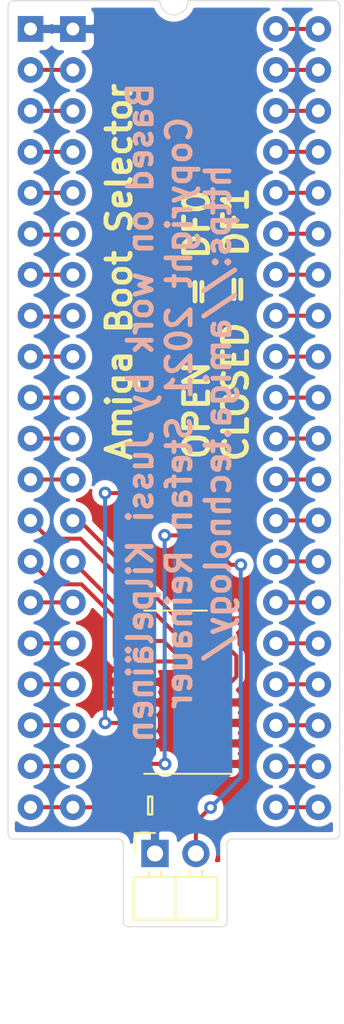
<source format=kicad_pcb>
(kicad_pcb (version 20171130) (host pcbnew 5.1.9-73d0e3b20d~88~ubuntu20.10.1)

  (general
    (thickness 1.6)
    (drawings 21)
    (tracks 128)
    (zones 0)
    (modules 7)
    (nets 45)
  )

  (page A4)
  (layers
    (0 F.Cu signal)
    (31 B.Cu signal)
    (32 B.Adhes user)
    (33 F.Adhes user)
    (34 B.Paste user)
    (35 F.Paste user)
    (36 B.SilkS user)
    (37 F.SilkS user)
    (38 B.Mask user)
    (39 F.Mask user)
    (40 Dwgs.User user)
    (41 Cmts.User user)
    (42 Eco1.User user)
    (43 Eco2.User user)
    (44 Edge.Cuts user)
    (45 Margin user)
    (46 B.CrtYd user)
    (47 F.CrtYd user)
    (48 B.Fab user)
    (49 F.Fab user)
  )

  (setup
    (last_trace_width 0.25)
    (trace_clearance 0.2)
    (zone_clearance 0.4)
    (zone_45_only no)
    (trace_min 0.2)
    (via_size 0.8)
    (via_drill 0.4)
    (via_min_size 0.4)
    (via_min_drill 0.3)
    (uvia_size 0.3)
    (uvia_drill 0.1)
    (uvias_allowed no)
    (uvia_min_size 0.2)
    (uvia_min_drill 0.1)
    (edge_width 0.05)
    (segment_width 0.2)
    (pcb_text_width 0.3)
    (pcb_text_size 1.5 1.5)
    (mod_edge_width 0.12)
    (mod_text_size 1 1)
    (mod_text_width 0.15)
    (pad_size 1.7 1.7)
    (pad_drill 1)
    (pad_to_mask_clearance 0)
    (aux_axis_origin 0 0)
    (visible_elements FFFFFF7F)
    (pcbplotparams
      (layerselection 0x010fc_ffffffff)
      (usegerberextensions false)
      (usegerberattributes true)
      (usegerberadvancedattributes true)
      (creategerberjobfile true)
      (excludeedgelayer true)
      (linewidth 0.100000)
      (plotframeref false)
      (viasonmask false)
      (mode 1)
      (useauxorigin false)
      (hpglpennumber 1)
      (hpglpenspeed 20)
      (hpglpendiameter 15.000000)
      (psnegative false)
      (psa4output false)
      (plotreference true)
      (plotvalue true)
      (plotinvisibletext false)
      (padsonsilk false)
      (subtractmaskfromsilk false)
      (outputformat 1)
      (mirror false)
      (drillshape 0)
      (scaleselection 1)
      (outputdirectory "CIA_gerber/"))
  )

  (net 0 "")
  (net 1 GND)
  (net 2 VCC)
  (net 3 "Net-(J1-Pad2)")
  (net 4 "Net-(R2-Pad1)")
  (net 5 /14A)
  (net 6 /13A)
  (net 7 /14B)
  (net 8 /13B)
  (net 9 /c)
  (net 10 /s)
  (net 11 /tick)
  (net 12 /rs0)
  (net 13 /_pc)
  (net 14 /rs1)
  (net 15 /pb7)
  (net 16 /rs2)
  (net 17 /pb6)
  (net 18 /rs3)
  (net 19 /pb5)
  (net 20 /_reset)
  (net 21 /d0)
  (net 22 /d1)
  (net 23 /pb2)
  (net 24 /d2)
  (net 25 /pb1)
  (net 26 /d3)
  (net 27 /pb0)
  (net 28 /d4)
  (net 29 /pa7)
  (net 30 /d5)
  (net 31 /pa6)
  (net 32 /d6)
  (net 33 /pa5)
  (net 34 /d7)
  (net 35 /pa4)
  (net 36 /e)
  (net 37 /pa3)
  (net 38 /_f)
  (net 39 /pa2)
  (net 40 /_cs)
  (net 41 /pa1)
  (net 42 /_w)
  (net 43 /pa0)
  (net 44 /_int)

  (net_class Default "This is the default net class."
    (clearance 0.2)
    (trace_width 0.25)
    (via_dia 0.8)
    (via_drill 0.4)
    (uvia_dia 0.3)
    (uvia_drill 0.1)
    (add_net /13A)
    (add_net /13B)
    (add_net /14A)
    (add_net /14B)
    (add_net /_cs)
    (add_net /_f)
    (add_net /_int)
    (add_net /_pc)
    (add_net /_reset)
    (add_net /_w)
    (add_net /c)
    (add_net /d0)
    (add_net /d1)
    (add_net /d2)
    (add_net /d3)
    (add_net /d4)
    (add_net /d5)
    (add_net /d6)
    (add_net /d7)
    (add_net /e)
    (add_net /pa0)
    (add_net /pa1)
    (add_net /pa2)
    (add_net /pa3)
    (add_net /pa4)
    (add_net /pa5)
    (add_net /pa6)
    (add_net /pa7)
    (add_net /pb0)
    (add_net /pb1)
    (add_net /pb2)
    (add_net /pb5)
    (add_net /pb6)
    (add_net /pb7)
    (add_net /rs0)
    (add_net /rs1)
    (add_net /rs2)
    (add_net /rs3)
    (add_net /s)
    (add_net /tick)
    (add_net GND)
    (add_net "Net-(J1-Pad2)")
    (add_net "Net-(R2-Pad1)")
    (add_net VCC)
  )

  (module KiCad/kicad-footprints/Connector_PinHeader_2.54mm.pretty:PinHeader_1x02_P2.54mm_Horizontal (layer B.Cu) (tedit 601CA9EC) (tstamp 601C93A1)
    (at 33.625 123.2 270)
    (descr "Through hole angled pin header, 1x02, 2.54mm pitch, 6mm pin length, single row")
    (tags "Through hole angled pin header THT 1x02 2.54mm single row")
    (path /602A4C7E)
    (fp_text reference J1 (at 0 2.33 270) (layer F.Fab) hide
      (effects (font (size 1 1) (thickness 0.15)))
    )
    (fp_text value Conn_01x02 (at 0 -4.87 270) (layer B.Fab) hide
      (effects (font (size 1 1) (thickness 0.15)) (justify mirror))
    )
    (fp_text user %R (at 0 -1.27) (layer B.Fab) hide
      (effects (font (size 1 1) (thickness 0.15)) (justify mirror))
    )
    (fp_line (start 2.135 1.27) (end 4.04 1.27) (layer B.Fab) (width 0.1))
    (fp_line (start 4.04 1.27) (end 4.04 -3.81) (layer B.Fab) (width 0.1))
    (fp_line (start 4.04 -3.81) (end 1.5 -3.81) (layer B.Fab) (width 0.1))
    (fp_line (start 1.5 -3.81) (end 1.5 0.635) (layer B.Fab) (width 0.1))
    (fp_line (start 1.5 0.635) (end 2.135 1.27) (layer B.Fab) (width 0.1))
    (fp_line (start -0.32 0.32) (end 1.5 0.32) (layer B.Fab) (width 0.1))
    (fp_line (start -0.32 0.32) (end -0.32 -0.32) (layer B.Fab) (width 0.1))
    (fp_line (start -0.32 -0.32) (end 1.5 -0.32) (layer B.Fab) (width 0.1))
    (fp_line (start 4.04 0.32) (end 10.04 0.32) (layer B.Fab) (width 0.1))
    (fp_line (start 10.04 0.32) (end 10.04 -0.32) (layer B.Fab) (width 0.1))
    (fp_line (start 4.04 -0.32) (end 10.04 -0.32) (layer B.Fab) (width 0.1))
    (fp_line (start -0.32 -2.22) (end 1.5 -2.22) (layer B.Fab) (width 0.1))
    (fp_line (start -0.32 -2.22) (end -0.32 -2.86) (layer B.Fab) (width 0.1))
    (fp_line (start -0.32 -2.86) (end 1.5 -2.86) (layer B.Fab) (width 0.1))
    (fp_line (start 4.04 -2.22) (end 10.04 -2.22) (layer B.Fab) (width 0.1))
    (fp_line (start 10.04 -2.22) (end 10.04 -2.86) (layer B.Fab) (width 0.1))
    (fp_line (start 4.04 -2.86) (end 10.04 -2.86) (layer B.Fab) (width 0.1))
    (fp_line (start 1.44 1.33) (end 1.44 -3.87) (layer F.SilkS) (width 0.12))
    (fp_line (start 1.44 -3.87) (end 4.1 -3.87) (layer F.SilkS) (width 0.12))
    (fp_line (start 4.1 -3.87) (end 4.1 1.33) (layer F.SilkS) (width 0.12))
    (fp_line (start 4.1 1.33) (end 1.44 1.33) (layer F.SilkS) (width 0.12))
    (fp_line (start 1.11 0.38) (end 1.44 0.38) (layer F.SilkS) (width 0.12))
    (fp_line (start 1.11 -0.38) (end 1.44 -0.38) (layer F.SilkS) (width 0.12))
    (fp_line (start 1.44 -1.27) (end 4.1 -1.27) (layer F.SilkS) (width 0.12))
    (fp_line (start 1.042929 -2.16) (end 1.44 -2.16) (layer F.SilkS) (width 0.12))
    (fp_line (start 1.042929 -2.92) (end 1.44 -2.92) (layer F.SilkS) (width 0.12))
    (fp_line (start -1.27 0) (end -1.27 1.27) (layer F.SilkS) (width 0.12))
    (fp_line (start -1.27 1.27) (end 0 1.27) (layer F.SilkS) (width 0.12))
    (fp_line (start -1.8 1.8) (end -1.8 -4.35) (layer B.CrtYd) (width 0.05))
    (fp_line (start -1.8 -4.35) (end 10.55 -4.35) (layer B.CrtYd) (width 0.05))
    (fp_line (start 10.55 -4.35) (end 10.55 1.8) (layer B.CrtYd) (width 0.05))
    (fp_line (start 10.55 1.8) (end -1.8 1.8) (layer B.CrtYd) (width 0.05))
    (pad 2 thru_hole oval (at 0 -2.54 270) (size 1.7 1.7) (drill 1) (layers *.Cu *.Mask)
      (net 3 "Net-(J1-Pad2)"))
    (pad 1 thru_hole rect (at 0 0 270) (size 1.7 1.7) (drill 1) (layers *.Cu *.Mask)
      (net 1 GND))
    (model ${KISYS3DMOD}/Connector_PinHeader_2.54mm.3dshapes/PinHeader_1x02_P2.54mm_Horizontal.wrl
      (at (xyz 0 0 0))
      (scale (xyz 1 1 1))
      (rotate (xyz 0 0 0))
    )
  )

  (module KiCad/kicad-footprints/Package_DIP.pretty:DIP-40_W15.24mm (layer F.Cu) (tedit 601CA73A) (tstamp 601C93F1)
    (at 25.895 72.07)
    (descr "40-lead though-hole mounted DIP package, row spacing 15.24 mm (600 mils)")
    (tags "THT DIP DIL PDIP 2.54mm 15.24mm 600mil")
    (path /601C567B)
    (fp_text reference U1 (at 7.62 -2.33) (layer F.Fab) hide
      (effects (font (size 1 1) (thickness 0.15)))
    )
    (fp_text value "CIA8520 socket" (at 7.62 50.59) (layer F.Fab) hide
      (effects (font (size 1 1) (thickness 0.15)))
    )
    (fp_text user %R (at 7.62 24.13) (layer F.Fab) hide
      (effects (font (size 1 1) (thickness 0.15)))
    )
    (fp_line (start 1.255 -1.27) (end 14.985 -1.27) (layer F.Fab) (width 0.1))
    (fp_line (start 14.985 -1.27) (end 14.985 49.53) (layer F.Fab) (width 0.1))
    (fp_line (start 14.985 49.53) (end 0.255 49.53) (layer F.Fab) (width 0.1))
    (fp_line (start 0.255 49.53) (end 0.255 -0.27) (layer F.Fab) (width 0.1))
    (fp_line (start 0.255 -0.27) (end 1.255 -1.27) (layer F.Fab) (width 0.1))
    (fp_line (start -1.05 -1.55) (end -1.05 49.8) (layer F.CrtYd) (width 0.05))
    (fp_line (start -1.05 49.8) (end 16.3 49.8) (layer F.CrtYd) (width 0.05))
    (fp_line (start 16.3 49.8) (end 16.3 -1.55) (layer F.CrtYd) (width 0.05))
    (fp_line (start 16.3 -1.55) (end -1.05 -1.55) (layer F.CrtYd) (width 0.05))
    (pad 40 thru_hole oval (at 15.24 0) (size 1.6 1.6) (drill 0.8) (layers *.Cu *.Mask)
      (net 9 /c))
    (pad 20 thru_hole oval (at 0 48.26) (size 1.6 1.6) (drill 0.8) (layers *.Cu *.Mask)
      (net 2 VCC))
    (pad 39 thru_hole oval (at 15.24 2.54) (size 1.6 1.6) (drill 0.8) (layers *.Cu *.Mask)
      (net 10 /s))
    (pad 19 thru_hole oval (at 0 45.72) (size 1.6 1.6) (drill 0.8) (layers *.Cu *.Mask)
      (net 11 /tick))
    (pad 38 thru_hole oval (at 15.24 5.08) (size 1.6 1.6) (drill 0.8) (layers *.Cu *.Mask)
      (net 12 /rs0))
    (pad 18 thru_hole oval (at 0 43.18) (size 1.6 1.6) (drill 0.8) (layers *.Cu *.Mask)
      (net 13 /_pc))
    (pad 37 thru_hole oval (at 15.24 7.62) (size 1.6 1.6) (drill 0.8) (layers *.Cu *.Mask)
      (net 14 /rs1))
    (pad 17 thru_hole oval (at 0 40.64) (size 1.6 1.6) (drill 0.8) (layers *.Cu *.Mask)
      (net 15 /pb7))
    (pad 36 thru_hole oval (at 15.24 10.16) (size 1.6 1.6) (drill 0.8) (layers *.Cu *.Mask)
      (net 16 /rs2))
    (pad 16 thru_hole oval (at 0 38.1) (size 1.6 1.6) (drill 0.8) (layers *.Cu *.Mask)
      (net 17 /pb6))
    (pad 35 thru_hole oval (at 15.24 12.7) (size 1.6 1.6) (drill 0.8) (layers *.Cu *.Mask)
      (net 18 /rs3))
    (pad 15 thru_hole oval (at 0 35.56) (size 1.6 1.6) (drill 0.8) (layers *.Cu *.Mask)
      (net 19 /pb5))
    (pad 34 thru_hole oval (at 15.24 15.24) (size 1.6 1.6) (drill 0.8) (layers *.Cu *.Mask)
      (net 20 /_reset))
    (pad 14 thru_hole oval (at 0 33.02) (size 1.6 1.6) (drill 0.8) (layers *.Cu *.Mask)
      (net 5 /14A))
    (pad 33 thru_hole oval (at 15.24 17.78) (size 1.6 1.6) (drill 0.8) (layers *.Cu *.Mask)
      (net 21 /d0))
    (pad 13 thru_hole oval (at 0 30.48) (size 1.6 1.6) (drill 0.8) (layers *.Cu *.Mask)
      (net 6 /13A))
    (pad 32 thru_hole oval (at 15.24 20.32) (size 1.6 1.6) (drill 0.8) (layers *.Cu *.Mask)
      (net 22 /d1))
    (pad 12 thru_hole oval (at 0 27.94) (size 1.6 1.6) (drill 0.8) (layers *.Cu *.Mask)
      (net 23 /pb2))
    (pad 31 thru_hole oval (at 15.24 22.86) (size 1.6 1.6) (drill 0.8) (layers *.Cu *.Mask)
      (net 24 /d2))
    (pad 11 thru_hole oval (at 0 25.4) (size 1.6 1.6) (drill 0.8) (layers *.Cu *.Mask)
      (net 25 /pb1))
    (pad 30 thru_hole oval (at 15.24 25.4) (size 1.6 1.6) (drill 0.8) (layers *.Cu *.Mask)
      (net 26 /d3))
    (pad 10 thru_hole oval (at 0 22.86) (size 1.6 1.6) (drill 0.8) (layers *.Cu *.Mask)
      (net 27 /pb0))
    (pad 29 thru_hole oval (at 15.24 27.94) (size 1.6 1.6) (drill 0.8) (layers *.Cu *.Mask)
      (net 28 /d4))
    (pad 9 thru_hole oval (at 0 20.32) (size 1.6 1.6) (drill 0.8) (layers *.Cu *.Mask)
      (net 29 /pa7))
    (pad 28 thru_hole oval (at 15.24 30.48) (size 1.6 1.6) (drill 0.8) (layers *.Cu *.Mask)
      (net 30 /d5))
    (pad 8 thru_hole oval (at 0 17.78) (size 1.6 1.6) (drill 0.8) (layers *.Cu *.Mask)
      (net 31 /pa6))
    (pad 27 thru_hole oval (at 15.24 33.02) (size 1.6 1.6) (drill 0.8) (layers *.Cu *.Mask)
      (net 32 /d6))
    (pad 7 thru_hole oval (at 0 15.24) (size 1.6 1.6) (drill 0.8) (layers *.Cu *.Mask)
      (net 33 /pa5))
    (pad 26 thru_hole oval (at 15.24 35.56) (size 1.6 1.6) (drill 0.8) (layers *.Cu *.Mask)
      (net 34 /d7))
    (pad 6 thru_hole oval (at 0 12.7) (size 1.6 1.6) (drill 0.8) (layers *.Cu *.Mask)
      (net 35 /pa4))
    (pad 25 thru_hole oval (at 15.24 38.1) (size 1.6 1.6) (drill 0.8) (layers *.Cu *.Mask)
      (net 36 /e))
    (pad 5 thru_hole oval (at 0 10.16) (size 1.6 1.6) (drill 0.8) (layers *.Cu *.Mask)
      (net 37 /pa3))
    (pad 24 thru_hole oval (at 15.24 40.64) (size 1.6 1.6) (drill 0.8) (layers *.Cu *.Mask)
      (net 38 /_f))
    (pad 4 thru_hole oval (at 0 7.62) (size 1.6 1.6) (drill 0.8) (layers *.Cu *.Mask)
      (net 39 /pa2))
    (pad 23 thru_hole oval (at 15.24 43.18) (size 1.6 1.6) (drill 0.8) (layers *.Cu *.Mask)
      (net 40 /_cs))
    (pad 3 thru_hole oval (at 0 5.08) (size 1.6 1.6) (drill 0.8) (layers *.Cu *.Mask)
      (net 41 /pa1))
    (pad 22 thru_hole oval (at 15.24 45.72) (size 1.6 1.6) (drill 0.8) (layers *.Cu *.Mask)
      (net 42 /_w))
    (pad 2 thru_hole oval (at 0 2.54) (size 1.6 1.6) (drill 0.8) (layers *.Cu *.Mask)
      (net 43 /pa0))
    (pad 21 thru_hole oval (at 15.24 48.26) (size 1.6 1.6) (drill 0.8) (layers *.Cu *.Mask)
      (net 44 /_int))
    (pad 1 thru_hole rect (at 0 0) (size 1.6 1.6) (drill 0.8) (layers *.Cu *.Mask)
      (net 1 GND))
    (model ${KISYS3DMOD}/Package_DIP.3dshapes/DIP-40_W15.24mm.wrl
      (at (xyz 0 0 0))
      (scale (xyz 1 1 1))
      (rotate (xyz 0 0 0))
    )
  )

  (module KiCad/kicad-footprints/Package_DIP.pretty:DIP-40_W15.24mm (layer F.Cu) (tedit 601CA701) (tstamp 601C9452)
    (at 28.525 72.075)
    (descr "40-lead though-hole mounted DIP package, row spacing 15.24 mm (600 mils)")
    (tags "THT DIP DIL PDIP 2.54mm 15.24mm 600mil")
    (path /6029C0A8)
    (fp_text reference U3 (at 7.62 -2.33) (layer F.Fab) hide
      (effects (font (size 1 1) (thickness 0.15)))
    )
    (fp_text value "CIA8520 pin header" (at 7.62 50.59) (layer F.Fab) hide
      (effects (font (size 1 1) (thickness 0.15)))
    )
    (fp_text user %R (at 7.62 24.13) (layer F.Fab) hide
      (effects (font (size 1 1) (thickness 0.15)))
    )
    (fp_line (start 1.255 -1.27) (end 14.985 -1.27) (layer F.Fab) (width 0.1))
    (fp_line (start 14.985 -1.27) (end 14.985 49.53) (layer F.Fab) (width 0.1))
    (fp_line (start 14.985 49.53) (end 0.255 49.53) (layer F.Fab) (width 0.1))
    (fp_line (start 0.255 49.53) (end 0.255 -0.27) (layer F.Fab) (width 0.1))
    (fp_line (start 0.255 -0.27) (end 1.255 -1.27) (layer F.Fab) (width 0.1))
    (fp_line (start -1.05 -1.55) (end -1.05 49.8) (layer F.CrtYd) (width 0.05))
    (fp_line (start -1.05 49.8) (end 16.3 49.8) (layer F.CrtYd) (width 0.05))
    (fp_line (start 16.3 49.8) (end 16.3 -1.55) (layer F.CrtYd) (width 0.05))
    (fp_line (start 16.3 -1.55) (end -1.05 -1.55) (layer F.CrtYd) (width 0.05))
    (pad 40 thru_hole oval (at 15.24 0) (size 1.6 1.6) (drill 0.8) (layers *.Cu *.Mask)
      (net 9 /c))
    (pad 20 thru_hole oval (at 0 48.26) (size 1.6 1.6) (drill 0.8) (layers *.Cu *.Mask)
      (net 2 VCC))
    (pad 39 thru_hole oval (at 15.24 2.54) (size 1.6 1.6) (drill 0.8) (layers *.Cu *.Mask)
      (net 10 /s))
    (pad 19 thru_hole oval (at 0 45.72) (size 1.6 1.6) (drill 0.8) (layers *.Cu *.Mask)
      (net 11 /tick))
    (pad 38 thru_hole oval (at 15.24 5.08) (size 1.6 1.6) (drill 0.8) (layers *.Cu *.Mask)
      (net 12 /rs0))
    (pad 18 thru_hole oval (at 0 43.18) (size 1.6 1.6) (drill 0.8) (layers *.Cu *.Mask)
      (net 13 /_pc))
    (pad 37 thru_hole oval (at 15.24 7.62) (size 1.6 1.6) (drill 0.8) (layers *.Cu *.Mask)
      (net 14 /rs1))
    (pad 17 thru_hole oval (at 0 40.64) (size 1.6 1.6) (drill 0.8) (layers *.Cu *.Mask)
      (net 15 /pb7))
    (pad 36 thru_hole oval (at 15.24 10.16) (size 1.6 1.6) (drill 0.8) (layers *.Cu *.Mask)
      (net 16 /rs2))
    (pad 16 thru_hole oval (at 0 38.1) (size 1.6 1.6) (drill 0.8) (layers *.Cu *.Mask)
      (net 17 /pb6))
    (pad 35 thru_hole oval (at 15.24 12.7) (size 1.6 1.6) (drill 0.8) (layers *.Cu *.Mask)
      (net 18 /rs3))
    (pad 15 thru_hole oval (at 0 35.56) (size 1.6 1.6) (drill 0.8) (layers *.Cu *.Mask)
      (net 19 /pb5))
    (pad 34 thru_hole oval (at 15.24 15.24) (size 1.6 1.6) (drill 0.8) (layers *.Cu *.Mask)
      (net 20 /_reset))
    (pad 14 thru_hole oval (at 0 33.02) (size 1.6 1.6) (drill 0.8) (layers *.Cu *.Mask)
      (net 7 /14B))
    (pad 33 thru_hole oval (at 15.24 17.78) (size 1.6 1.6) (drill 0.8) (layers *.Cu *.Mask)
      (net 21 /d0))
    (pad 13 thru_hole oval (at 0 30.48) (size 1.6 1.6) (drill 0.8) (layers *.Cu *.Mask)
      (net 8 /13B))
    (pad 32 thru_hole oval (at 15.24 20.32) (size 1.6 1.6) (drill 0.8) (layers *.Cu *.Mask)
      (net 22 /d1))
    (pad 12 thru_hole oval (at 0 27.94) (size 1.6 1.6) (drill 0.8) (layers *.Cu *.Mask)
      (net 23 /pb2))
    (pad 31 thru_hole oval (at 15.24 22.86) (size 1.6 1.6) (drill 0.8) (layers *.Cu *.Mask)
      (net 24 /d2))
    (pad 11 thru_hole oval (at 0 25.4) (size 1.6 1.6) (drill 0.8) (layers *.Cu *.Mask)
      (net 25 /pb1))
    (pad 30 thru_hole oval (at 15.24 25.4) (size 1.6 1.6) (drill 0.8) (layers *.Cu *.Mask)
      (net 26 /d3))
    (pad 10 thru_hole oval (at 0 22.86) (size 1.6 1.6) (drill 0.8) (layers *.Cu *.Mask)
      (net 27 /pb0))
    (pad 29 thru_hole oval (at 15.24 27.94) (size 1.6 1.6) (drill 0.8) (layers *.Cu *.Mask)
      (net 28 /d4))
    (pad 9 thru_hole oval (at 0 20.32) (size 1.6 1.6) (drill 0.8) (layers *.Cu *.Mask)
      (net 29 /pa7))
    (pad 28 thru_hole oval (at 15.24 30.48) (size 1.6 1.6) (drill 0.8) (layers *.Cu *.Mask)
      (net 30 /d5))
    (pad 8 thru_hole oval (at 0 17.78) (size 1.6 1.6) (drill 0.8) (layers *.Cu *.Mask)
      (net 31 /pa6))
    (pad 27 thru_hole oval (at 15.24 33.02) (size 1.6 1.6) (drill 0.8) (layers *.Cu *.Mask)
      (net 32 /d6))
    (pad 7 thru_hole oval (at 0 15.24) (size 1.6 1.6) (drill 0.8) (layers *.Cu *.Mask)
      (net 33 /pa5))
    (pad 26 thru_hole oval (at 15.24 35.56) (size 1.6 1.6) (drill 0.8) (layers *.Cu *.Mask)
      (net 34 /d7))
    (pad 6 thru_hole oval (at 0 12.7) (size 1.6 1.6) (drill 0.8) (layers *.Cu *.Mask)
      (net 35 /pa4))
    (pad 25 thru_hole oval (at 15.24 38.1) (size 1.6 1.6) (drill 0.8) (layers *.Cu *.Mask)
      (net 36 /e))
    (pad 5 thru_hole oval (at 0 10.16) (size 1.6 1.6) (drill 0.8) (layers *.Cu *.Mask)
      (net 37 /pa3))
    (pad 24 thru_hole oval (at 15.24 40.64) (size 1.6 1.6) (drill 0.8) (layers *.Cu *.Mask)
      (net 38 /_f))
    (pad 4 thru_hole oval (at 0 7.62) (size 1.6 1.6) (drill 0.8) (layers *.Cu *.Mask)
      (net 39 /pa2))
    (pad 23 thru_hole oval (at 15.24 43.18) (size 1.6 1.6) (drill 0.8) (layers *.Cu *.Mask)
      (net 40 /_cs))
    (pad 3 thru_hole oval (at 0 5.08) (size 1.6 1.6) (drill 0.8) (layers *.Cu *.Mask)
      (net 41 /pa1))
    (pad 22 thru_hole oval (at 15.24 45.72) (size 1.6 1.6) (drill 0.8) (layers *.Cu *.Mask)
      (net 42 /_w))
    (pad 2 thru_hole oval (at 0 2.54) (size 1.6 1.6) (drill 0.8) (layers *.Cu *.Mask)
      (net 43 /pa0))
    (pad 21 thru_hole oval (at 15.24 48.26) (size 1.6 1.6) (drill 0.8) (layers *.Cu *.Mask)
      (net 44 /_int))
    (pad 1 thru_hole rect (at 0 0) (size 1.6 1.6) (drill 0.8) (layers *.Cu *.Mask)
      (net 1 GND))
    (model ${KISYS3DMOD}/Package_DIP.3dshapes/DIP-40_W15.24mm.wrl
      (at (xyz 0 0 0))
      (scale (xyz 1 1 1))
      (rotate (xyz 0 0 0))
    )
  )

  (module KiCad/kicad-footprints/Package_SO.pretty:SOIC-16_3.9x9.9mm_P1.27mm (layer F.Cu) (tedit 5D9F72B1) (tstamp 601C9416)
    (at 34.9 113.2 180)
    (descr "SOIC, 16 Pin (JEDEC MS-012AC, https://www.analog.com/media/en/package-pcb-resources/package/pkg_pdf/soic_narrow-r/r_16.pdf), generated with kicad-footprint-generator ipc_gullwing_generator.py")
    (tags "SOIC SO")
    (path /602A2EB0)
    (attr smd)
    (fp_text reference U2 (at 0 -6.2) (layer F.Fab) hide
      (effects (font (size 1 1) (thickness 0.15)))
    )
    (fp_text value 74LS153 (at 0 6.2) (layer F.Fab) hide
      (effects (font (size 1 1) (thickness 0.15)))
    )
    (fp_text user %R (at 0 0) (layer F.Fab)
      (effects (font (size 1 1) (thickness 0.15)))
    )
    (fp_line (start 0 5.06) (end 1.95 5.06) (layer F.SilkS) (width 0.12))
    (fp_line (start 0 5.06) (end -1.95 5.06) (layer F.SilkS) (width 0.12))
    (fp_line (start 0 -5.06) (end 1.95 -5.06) (layer F.SilkS) (width 0.12))
    (fp_line (start 0 -5.06) (end -3.45 -5.06) (layer F.SilkS) (width 0.12))
    (fp_line (start -0.975 -4.95) (end 1.95 -4.95) (layer F.Fab) (width 0.1))
    (fp_line (start 1.95 -4.95) (end 1.95 4.95) (layer F.Fab) (width 0.1))
    (fp_line (start 1.95 4.95) (end -1.95 4.95) (layer F.Fab) (width 0.1))
    (fp_line (start -1.95 4.95) (end -1.95 -3.975) (layer F.Fab) (width 0.1))
    (fp_line (start -1.95 -3.975) (end -0.975 -4.95) (layer F.Fab) (width 0.1))
    (fp_line (start -3.7 -5.2) (end -3.7 5.2) (layer F.CrtYd) (width 0.05))
    (fp_line (start -3.7 5.2) (end 3.7 5.2) (layer F.CrtYd) (width 0.05))
    (fp_line (start 3.7 5.2) (end 3.7 -5.2) (layer F.CrtYd) (width 0.05))
    (fp_line (start 3.7 -5.2) (end -3.7 -5.2) (layer F.CrtYd) (width 0.05))
    (pad 16 smd roundrect (at 2.475 -4.445 180) (size 1.95 0.6) (layers F.Cu F.Paste F.Mask) (roundrect_rratio 0.25)
      (net 2 VCC))
    (pad 15 smd roundrect (at 2.475 -3.175 180) (size 1.95 0.6) (layers F.Cu F.Paste F.Mask) (roundrect_rratio 0.25)
      (net 1 GND))
    (pad 14 smd roundrect (at 2.475 -1.905 180) (size 1.95 0.6) (layers F.Cu F.Paste F.Mask) (roundrect_rratio 0.25)
      (net 4 "Net-(R2-Pad1)"))
    (pad 13 smd roundrect (at 2.475 -0.635 180) (size 1.95 0.6) (layers F.Cu F.Paste F.Mask) (roundrect_rratio 0.25)
      (net 1 GND))
    (pad 12 smd roundrect (at 2.475 0.635 180) (size 1.95 0.6) (layers F.Cu F.Paste F.Mask) (roundrect_rratio 0.25)
      (net 1 GND))
    (pad 11 smd roundrect (at 2.475 1.905 180) (size 1.95 0.6) (layers F.Cu F.Paste F.Mask) (roundrect_rratio 0.25)
      (net 5 /14A))
    (pad 10 smd roundrect (at 2.475 3.175 180) (size 1.95 0.6) (layers F.Cu F.Paste F.Mask) (roundrect_rratio 0.25)
      (net 6 /13A))
    (pad 9 smd roundrect (at 2.475 4.445 180) (size 1.95 0.6) (layers F.Cu F.Paste F.Mask) (roundrect_rratio 0.25)
      (net 7 /14B))
    (pad 8 smd roundrect (at -2.475 4.445 180) (size 1.95 0.6) (layers F.Cu F.Paste F.Mask) (roundrect_rratio 0.25)
      (net 1 GND))
    (pad 7 smd roundrect (at -2.475 3.175 180) (size 1.95 0.6) (layers F.Cu F.Paste F.Mask) (roundrect_rratio 0.25)
      (net 8 /13B))
    (pad 6 smd roundrect (at -2.475 1.905 180) (size 1.95 0.6) (layers F.Cu F.Paste F.Mask) (roundrect_rratio 0.25)
      (net 5 /14A))
    (pad 5 smd roundrect (at -2.475 0.635 180) (size 1.95 0.6) (layers F.Cu F.Paste F.Mask) (roundrect_rratio 0.25)
      (net 6 /13A))
    (pad 4 smd roundrect (at -2.475 -0.635 180) (size 1.95 0.6) (layers F.Cu F.Paste F.Mask) (roundrect_rratio 0.25)
      (net 1 GND))
    (pad 3 smd roundrect (at -2.475 -1.905 180) (size 1.95 0.6) (layers F.Cu F.Paste F.Mask) (roundrect_rratio 0.25)
      (net 1 GND))
    (pad 2 smd roundrect (at -2.475 -3.175 180) (size 1.95 0.6) (layers F.Cu F.Paste F.Mask) (roundrect_rratio 0.25)
      (net 1 GND))
    (pad 1 smd roundrect (at -2.475 -4.445 180) (size 1.95 0.6) (layers F.Cu F.Paste F.Mask) (roundrect_rratio 0.25)
      (net 1 GND))
    (model ${KISYS3DMOD}/Package_SO.3dshapes/SOIC-16_3.9x9.9mm_P1.27mm.wrl
      (at (xyz 0 0 0))
      (scale (xyz 1 1 1))
      (rotate (xyz 0 0 0))
    )
  )

  (module adamgreig/agg-kicad/agg.pretty:0805 (layer F.Cu) (tedit 57654490) (tstamp 601C938B)
    (at 33.325 120.225)
    (path /60345612)
    (fp_text reference C1 (at -2.225 0 90) (layer F.Fab) hide
      (effects (font (size 1 1) (thickness 0.15)))
    )
    (fp_text value 0.1UF (at 2.225 0 90) (layer F.Fab) hide
      (effects (font (size 1 1) (thickness 0.15)))
    )
    (fp_line (start -1 -0.625) (end 1 -0.625) (layer F.Fab) (width 0.01))
    (fp_line (start 1 -0.625) (end 1 0.625) (layer F.Fab) (width 0.01))
    (fp_line (start 1 0.625) (end -1 0.625) (layer F.Fab) (width 0.01))
    (fp_line (start -1 0.625) (end -1 -0.625) (layer F.Fab) (width 0.01))
    (fp_line (start -0.5 -0.625) (end -0.5 0.625) (layer F.Fab) (width 0.01))
    (fp_line (start 0.5 -0.625) (end 0.5 0.625) (layer F.Fab) (width 0.01))
    (fp_line (start -0.125 -0.55) (end 0.125 -0.55) (layer F.SilkS) (width 0.15))
    (fp_line (start 0.125 -0.55) (end 0.125 0.55) (layer F.SilkS) (width 0.15))
    (fp_line (start 0.125 0.55) (end -0.125 0.55) (layer F.SilkS) (width 0.15))
    (fp_line (start -0.125 0.55) (end -0.125 -0.55) (layer F.SilkS) (width 0.15))
    (fp_line (start -1.75 -1) (end 1.75 -1) (layer F.CrtYd) (width 0.01))
    (fp_line (start 1.75 -1) (end 1.75 1) (layer F.CrtYd) (width 0.01))
    (fp_line (start 1.75 1) (end -1.75 1) (layer F.CrtYd) (width 0.01))
    (fp_line (start -1.75 1) (end -1.75 -1) (layer F.CrtYd) (width 0.01))
    (pad 2 smd rect (at 0.9 0) (size 1.15 1.45) (layers F.Cu F.Paste F.Mask)
      (net 1 GND))
    (pad 1 smd rect (at -0.9 0) (size 1.15 1.45) (layers F.Cu F.Paste F.Mask)
      (net 2 VCC))
    (model ${KISYS3DMOD}/Resistors_SMD.3dshapes/R_0805.wrl
      (at (xyz 0 0 0))
      (scale (xyz 1 1 1))
      (rotate (xyz 0 0 0))
    )
  )

  (module sparkfun/SparkFun-KiCad-Libraries/Footprints/Resistors.pretty:0805 (layer F.Cu) (tedit 200000) (tstamp 601C93B5)
    (at 37.15 100.85)
    (descr "GENERIC 2012 (0805) PACKAGE")
    (tags "GENERIC 2012 (0805) PACKAGE")
    (path /602AC41E)
    (attr smd)
    (fp_text reference R2 (at 0 -1.27) (layer F.Fab) hide
      (effects (font (size 0.6096 0.6096) (thickness 0.127)))
    )
    (fp_text value 330R (at 0 1.27) (layer F.Fab) hide
      (effects (font (size 0.6096 0.6096) (thickness 0.127)))
    )
    (fp_line (start -1.4986 -0.79756) (end 1.4986 -0.79756) (layer F.CrtYd) (width 0.0508))
    (fp_line (start 1.4986 -0.79756) (end 1.4986 0.79756) (layer F.CrtYd) (width 0.0508))
    (fp_line (start 1.4986 0.79756) (end -1.4986 0.79756) (layer F.CrtYd) (width 0.0508))
    (fp_line (start -1.4986 0.79756) (end -1.4986 -0.79756) (layer F.CrtYd) (width 0.0508))
    (pad 2 smd rect (at 0.89916 0) (size 0.79756 1.19888) (layers F.Cu F.Paste F.Mask)
      (net 3 "Net-(J1-Pad2)") (solder_mask_margin 0.1016))
    (pad 1 smd rect (at -0.89916 0) (size 0.79756 1.19888) (layers F.Cu F.Paste F.Mask)
      (net 4 "Net-(R2-Pad1)") (solder_mask_margin 0.1016))
  )

  (module sparkfun/SparkFun-KiCad-Libraries/Footprints/Resistors.pretty:0805 (layer F.Cu) (tedit 200000) (tstamp 601C93AB)
    (at 37.15 103.475)
    (descr "GENERIC 2012 (0805) PACKAGE")
    (tags "GENERIC 2012 (0805) PACKAGE")
    (path /602AB948)
    (attr smd)
    (fp_text reference R1 (at 0 -1.27) (layer F.Fab) hide
      (effects (font (size 0.6096 0.6096) (thickness 0.127)))
    )
    (fp_text value 10K (at 0 1.27) (layer F.Fab) hide
      (effects (font (size 0.6096 0.6096) (thickness 0.127)))
    )
    (fp_line (start -1.4986 -0.79756) (end 1.4986 -0.79756) (layer F.CrtYd) (width 0.0508))
    (fp_line (start 1.4986 -0.79756) (end 1.4986 0.79756) (layer F.CrtYd) (width 0.0508))
    (fp_line (start 1.4986 0.79756) (end -1.4986 0.79756) (layer F.CrtYd) (width 0.0508))
    (fp_line (start -1.4986 0.79756) (end -1.4986 -0.79756) (layer F.CrtYd) (width 0.0508))
    (pad 2 smd rect (at 0.89916 0) (size 0.79756 1.19888) (layers F.Cu F.Paste F.Mask)
      (net 3 "Net-(J1-Pad2)") (solder_mask_margin 0.1016))
    (pad 1 smd rect (at -0.89916 0) (size 0.79756 1.19888) (layers F.Cu F.Paste F.Mask)
      (net 2 VCC) (solder_mask_margin 0.1016))
  )

  (gr_line (start 35.675 70.325) (end 44.775 70.325) (layer Edge.Cuts) (width 0.05) (tstamp 601CE52C))
  (gr_line (start 24.825 70.325) (end 33.925 70.325) (layer Edge.Cuts) (width 0.05) (tstamp 601CE515))
  (gr_arc (start 44.775 70.65) (end 45.1 70.65) (angle -90) (layer Edge.Cuts) (width 0.05) (tstamp 601CE42E))
  (gr_arc (start 44.775 121.975) (end 44.775 122.3) (angle -90) (layer Edge.Cuts) (width 0.05) (tstamp 601CE405))
  (gr_arc (start 38.425 122.625) (end 38.425 122.3) (angle -90) (layer Edge.Cuts) (width 0.05) (tstamp 601CE405))
  (gr_arc (start 37.775 127.425) (end 37.775 127.75) (angle -90) (layer Edge.Cuts) (width 0.05) (tstamp 601CE3F4))
  (gr_arc (start 31.975 127.425) (end 31.65 127.425) (angle -90) (layer Edge.Cuts) (width 0.05) (tstamp 601CE3E7))
  (gr_arc (start 31.325 122.625) (end 31.65 122.625) (angle -90) (layer Edge.Cuts) (width 0.05) (tstamp 601CE3D1))
  (gr_arc (start 24.825 121.975) (end 24.5 121.975) (angle -90) (layer Edge.Cuts) (width 0.05) (tstamp 601CE3D1))
  (gr_line (start 24.5 70.65) (end 24.5 121.975) (layer Edge.Cuts) (width 0.05))
  (gr_arc (start 34.8 70.325) (end 35.675 70.325) (angle 180) (layer Edge.Cuts) (width 0.05))
  (gr_arc (start 24.825 70.65) (end 24.825 70.325) (angle -90) (layer Edge.Cuts) (width 0.05))
  (gr_line (start 38.1 127.425) (end 38.1 122.625) (layer Edge.Cuts) (width 0.05) (tstamp 601CE3BA))
  (gr_line (start 31.975 127.75) (end 37.775 127.75) (layer Edge.Cuts) (width 0.05))
  (gr_line (start 31.65 122.625) (end 31.65 127.425) (layer Edge.Cuts) (width 0.05))
  (gr_line (start 31.325 122.3) (end 24.825 122.3) (layer Edge.Cuts) (width 0.05) (tstamp 601CDF78))
  (gr_line (start 44.775 122.3) (end 38.425 122.3) (layer Edge.Cuts) (width 0.05))
  (gr_line (start 45.1 70.65) (end 45.1 121.975) (layer Edge.Cuts) (width 0.05))
  (gr_text "Based on work by Jussi Kilpeläinen\nCopyright 2021 Stefan Reinauer\nhttps://amiga.technology/" (at 35.125 95.875 90) (layer B.SilkS)
    (effects (font (size 1.5 1.5) (thickness 0.3)) (justify mirror))
  )
  (gr_text "Amiga Boot Selector\n" (at 31.4 87.125 90) (layer F.SilkS)
    (effects (font (size 1.5 1.5) (thickness 0.3)))
  )
  (gr_text "OPEN   = DF0\nCLOSED = DF1" (at 37.425 90.4 90) (layer F.SilkS)
    (effects (font (size 1.5 1.5) (thickness 0.3)))
  )

  (via micro (at 38.95 105.3) (size 0.8) (drill 0.4) (layers F.Cu B.Cu) (net 3))
  (via micro (at 30.525 100.85) (size 0.8) (drill 0.4) (layers F.Cu B.Cu) (net 4))
  (via micro (at 30.525 115.1) (size 0.8) (drill 0.4) (layers F.Cu B.Cu) (net 4))
  (via micro (at 34.225 103.475) (size 0.8) (drill 0.4) (layers F.Cu B.Cu) (net 2))
  (via micro (at 34.25 117.65) (size 0.8) (drill 0.4) (layers F.Cu B.Cu) (net 2))
  (segment (start 28.545 72.07) (end 28.6 72.125) (width 0.25) (layer F.Cu) (net 1))
  (segment (start 25.895 72.07) (end 28.545 72.07) (width 0.25) (layer F.Cu) (net 1))
  (segment (start 28.52 120.33) (end 28.525 120.335) (width 0.25) (layer F.Cu) (net 2))
  (segment (start 25.895 120.33) (end 28.52 120.33) (width 0.25) (layer F.Cu) (net 2))
  (segment (start 28.54 120.35) (end 28.525 120.335) (width 0.25) (layer F.Cu) (net 2))
  (segment (start 32.315 120.335) (end 32.425 120.225) (width 0.25) (layer F.Cu) (net 2))
  (segment (start 28.525 120.335) (end 32.315 120.335) (width 0.25) (layer F.Cu) (net 2))
  (segment (start 32.425 117.645) (end 32.425 120.225) (width 0.25) (layer F.Cu) (net 2))
  (segment (start 34.245 117.645) (end 34.25 117.65) (width 0.25) (layer F.Cu) (net 2))
  (segment (start 32.425 117.645) (end 34.245 117.645) (width 0.25) (layer F.Cu) (net 2))
  (segment (start 36.25084 103.475) (end 35.775 103.475) (width 0.25) (layer F.Cu) (net 2))
  (segment (start 34.225 103.475) (end 36.25084 103.475) (width 0.25) (layer F.Cu) (net 2))
  (segment (start 34.225 117.625) (end 34.25 117.65) (width 0.25) (layer B.Cu) (net 2))
  (segment (start 34.225 103.475) (end 34.225 117.625) (width 0.25) (layer B.Cu) (net 2))
  (segment (start 38.04916 103.475) (end 38.04916 100.85) (width 0.25) (layer F.Cu) (net 3))
  (segment (start 36.165 121.26) (end 37.075 120.35) (width 0.25) (layer F.Cu) (net 3))
  (segment (start 36.165 123.2) (end 36.165 121.26) (width 0.25) (layer F.Cu) (net 3))
  (segment (start 37.075 120.35) (end 37.075 120.35) (width 0.25) (layer F.Cu) (net 3) (tstamp 601E6609))
  (via micro (at 37.075 120.35) (size 0.8) (drill 0.4) (layers F.Cu B.Cu) (net 3))
  (segment (start 38.95 105.3) (end 38.325 105.3) (width 0.25) (layer F.Cu) (net 3))
  (segment (start 38.04916 105.02416) (end 38.04916 103.475) (width 0.25) (layer F.Cu) (net 3))
  (segment (start 38.325 105.3) (end 38.04916 105.02416) (width 0.25) (layer F.Cu) (net 3))
  (segment (start 38.95 118.475) (end 37.075 120.35) (width 0.25) (layer B.Cu) (net 3))
  (segment (start 38.95 105.3) (end 38.95 118.475) (width 0.25) (layer B.Cu) (net 3))
  (segment (start 30.53 115.105) (end 30.525 115.1) (width 0.25) (layer F.Cu) (net 4))
  (segment (start 32.425 115.105) (end 30.53 115.105) (width 0.25) (layer F.Cu) (net 4))
  (segment (start 30.525 100.85) (end 30.525 115.1) (width 0.25) (layer B.Cu) (net 4))
  (segment (start 30.525 100.85) (end 36.25084 100.85) (width 0.25) (layer F.Cu) (net 4))
  (segment (start 31.45 111.295) (end 32.425 111.295) (width 0.25) (layer F.Cu) (net 5))
  (segment (start 31.12499 110.96999) (end 31.45 111.295) (width 0.25) (layer F.Cu) (net 5))
  (segment (start 31.12499 108.569988) (end 31.12499 110.96999) (width 0.25) (layer F.Cu) (net 5))
  (segment (start 29.065001 106.509999) (end 31.12499 108.569988) (width 0.25) (layer F.Cu) (net 5))
  (segment (start 27.314999 106.509999) (end 29.065001 106.509999) (width 0.25) (layer F.Cu) (net 5))
  (segment (start 25.895 105.09) (end 27.314999 106.509999) (width 0.25) (layer F.Cu) (net 5))
  (segment (start 32.425 111.295) (end 37.375 111.295) (width 0.25) (layer F.Cu) (net 5))
  (segment (start 27.025001 103.680001) (end 25.895 102.55) (width 0.25) (layer F.Cu) (net 6))
  (segment (start 28.996769 103.680001) (end 27.025001 103.680001) (width 0.25) (layer F.Cu) (net 6))
  (segment (start 35.986758 110.66999) (end 28.996769 103.680001) (width 0.25) (layer F.Cu) (net 6))
  (segment (start 38.396758 110.66999) (end 35.986758 110.66999) (width 0.25) (layer F.Cu) (net 6))
  (segment (start 38.67501 110.948242) (end 38.396758 110.66999) (width 0.25) (layer F.Cu) (net 6))
  (segment (start 38.67501 112.23999) (end 38.67501 110.948242) (width 0.25) (layer F.Cu) (net 6))
  (segment (start 38.35 112.565) (end 38.67501 112.23999) (width 0.25) (layer F.Cu) (net 6))
  (segment (start 37.375 112.565) (end 38.35 112.565) (width 0.25) (layer F.Cu) (net 6))
  (segment (start 35.986758 110.66999) (end 34.79499 110.66999) (width 0.25) (layer F.Cu) (net 6))
  (segment (start 34.15 110.025) (end 32.425 110.025) (width 0.25) (layer F.Cu) (net 6))
  (segment (start 34.79499 110.66999) (end 34.15 110.025) (width 0.25) (layer F.Cu) (net 6))
  (segment (start 32.185 108.755) (end 32.425 108.755) (width 0.25) (layer F.Cu) (net 7))
  (segment (start 28.525 105.095) (end 32.185 108.755) (width 0.25) (layer F.Cu) (net 7))
  (segment (start 28.93 102.555) (end 28.525 102.555) (width 0.25) (layer F.Cu) (net 8))
  (segment (start 36.4 110.025) (end 28.93 102.555) (width 0.25) (layer F.Cu) (net 8))
  (segment (start 37.375 110.025) (end 36.4 110.025) (width 0.25) (layer F.Cu) (net 8))
  (segment (start 43.76 72.07) (end 43.765 72.075) (width 0.25) (layer F.Cu) (net 9))
  (segment (start 41.135 72.07) (end 43.76 72.07) (width 0.25) (layer F.Cu) (net 9))
  (segment (start 43.785 74.61) (end 43.84 74.665) (width 0.25) (layer F.Cu) (net 10))
  (segment (start 41.135 74.61) (end 43.785 74.61) (width 0.25) (layer F.Cu) (net 10))
  (segment (start 28.545 117.79) (end 28.6 117.845) (width 0.25) (layer F.Cu) (net 11))
  (segment (start 25.895 117.79) (end 28.545 117.79) (width 0.25) (layer F.Cu) (net 11))
  (segment (start 43.785 77.15) (end 43.84 77.205) (width 0.25) (layer F.Cu) (net 12))
  (segment (start 41.135 77.15) (end 43.785 77.15) (width 0.25) (layer F.Cu) (net 12))
  (segment (start 28.545 115.25) (end 28.6 115.305) (width 0.25) (layer F.Cu) (net 13))
  (segment (start 25.895 115.25) (end 28.545 115.25) (width 0.25) (layer F.Cu) (net 13))
  (segment (start 43.785 79.69) (end 43.84 79.745) (width 0.25) (layer F.Cu) (net 14))
  (segment (start 41.135 79.69) (end 43.785 79.69) (width 0.25) (layer F.Cu) (net 14))
  (segment (start 28.545 112.71) (end 28.6 112.765) (width 0.25) (layer F.Cu) (net 15))
  (segment (start 25.895 112.71) (end 28.545 112.71) (width 0.25) (layer F.Cu) (net 15))
  (segment (start 43.785 82.23) (end 43.84 82.285) (width 0.25) (layer F.Cu) (net 16))
  (segment (start 41.135 82.23) (end 43.785 82.23) (width 0.25) (layer F.Cu) (net 16))
  (segment (start 28.545 110.17) (end 28.6 110.225) (width 0.25) (layer F.Cu) (net 17))
  (segment (start 25.895 110.17) (end 28.545 110.17) (width 0.25) (layer F.Cu) (net 17))
  (segment (start 43.785 84.77) (end 43.84 84.825) (width 0.25) (layer F.Cu) (net 18))
  (segment (start 41.135 84.77) (end 43.785 84.77) (width 0.25) (layer F.Cu) (net 18))
  (segment (start 28.545 107.63) (end 28.6 107.685) (width 0.25) (layer F.Cu) (net 19))
  (segment (start 25.895 107.63) (end 28.545 107.63) (width 0.25) (layer F.Cu) (net 19))
  (segment (start 43.785 87.31) (end 43.84 87.365) (width 0.25) (layer F.Cu) (net 20))
  (segment (start 41.135 87.31) (end 43.785 87.31) (width 0.25) (layer F.Cu) (net 20))
  (segment (start 43.785 89.85) (end 43.84 89.905) (width 0.25) (layer F.Cu) (net 21))
  (segment (start 41.135 89.85) (end 43.785 89.85) (width 0.25) (layer F.Cu) (net 21))
  (segment (start 43.785 92.39) (end 43.84 92.445) (width 0.25) (layer F.Cu) (net 22))
  (segment (start 41.135 92.39) (end 43.785 92.39) (width 0.25) (layer F.Cu) (net 22))
  (segment (start 28.545 100.01) (end 28.6 100.065) (width 0.25) (layer F.Cu) (net 23))
  (segment (start 25.895 100.01) (end 28.545 100.01) (width 0.25) (layer F.Cu) (net 23))
  (segment (start 43.785 94.93) (end 43.84 94.985) (width 0.25) (layer F.Cu) (net 24))
  (segment (start 41.135 94.93) (end 43.785 94.93) (width 0.25) (layer F.Cu) (net 24))
  (segment (start 28.545 97.47) (end 28.6 97.525) (width 0.25) (layer F.Cu) (net 25))
  (segment (start 25.895 97.47) (end 28.545 97.47) (width 0.25) (layer F.Cu) (net 25))
  (segment (start 43.785 97.47) (end 43.84 97.525) (width 0.25) (layer F.Cu) (net 26))
  (segment (start 41.135 97.47) (end 43.785 97.47) (width 0.25) (layer F.Cu) (net 26))
  (segment (start 28.545 94.93) (end 28.6 94.985) (width 0.25) (layer F.Cu) (net 27))
  (segment (start 25.895 94.93) (end 28.545 94.93) (width 0.25) (layer F.Cu) (net 27))
  (segment (start 43.785 100.01) (end 43.84 100.065) (width 0.25) (layer F.Cu) (net 28))
  (segment (start 41.135 100.01) (end 43.785 100.01) (width 0.25) (layer F.Cu) (net 28))
  (segment (start 28.545 92.39) (end 28.6 92.445) (width 0.25) (layer F.Cu) (net 29))
  (segment (start 25.895 92.39) (end 28.545 92.39) (width 0.25) (layer F.Cu) (net 29))
  (segment (start 43.785 102.55) (end 43.84 102.605) (width 0.25) (layer F.Cu) (net 30))
  (segment (start 41.135 102.55) (end 43.785 102.55) (width 0.25) (layer F.Cu) (net 30))
  (segment (start 25.95 89.905) (end 25.895 89.85) (width 0.25) (layer F.Cu) (net 31))
  (segment (start 28.6 89.905) (end 25.95 89.905) (width 0.25) (layer F.Cu) (net 31))
  (segment (start 43.785 105.09) (end 43.84 105.145) (width 0.25) (layer F.Cu) (net 32))
  (segment (start 41.135 105.09) (end 43.785 105.09) (width 0.25) (layer F.Cu) (net 32))
  (segment (start 28.545 87.31) (end 28.6 87.365) (width 0.25) (layer F.Cu) (net 33))
  (segment (start 25.895 87.31) (end 28.545 87.31) (width 0.25) (layer F.Cu) (net 33))
  (segment (start 43.785 107.63) (end 43.84 107.685) (width 0.25) (layer F.Cu) (net 34))
  (segment (start 41.135 107.63) (end 43.785 107.63) (width 0.25) (layer F.Cu) (net 34))
  (segment (start 25.95 84.825) (end 25.895 84.77) (width 0.25) (layer F.Cu) (net 35))
  (segment (start 28.6 84.825) (end 25.95 84.825) (width 0.25) (layer F.Cu) (net 35))
  (segment (start 43.785 110.17) (end 43.84 110.225) (width 0.25) (layer F.Cu) (net 36))
  (segment (start 41.135 110.17) (end 43.785 110.17) (width 0.25) (layer F.Cu) (net 36))
  (segment (start 28.545 82.23) (end 28.6 82.285) (width 0.25) (layer F.Cu) (net 37))
  (segment (start 25.895 82.23) (end 28.545 82.23) (width 0.25) (layer F.Cu) (net 37))
  (segment (start 43.785 112.71) (end 43.84 112.765) (width 0.25) (layer F.Cu) (net 38))
  (segment (start 41.135 112.71) (end 43.785 112.71) (width 0.25) (layer F.Cu) (net 38))
  (segment (start 28.545 79.69) (end 28.6 79.745) (width 0.25) (layer F.Cu) (net 39))
  (segment (start 25.895 79.69) (end 28.545 79.69) (width 0.25) (layer F.Cu) (net 39))
  (segment (start 43.785 115.25) (end 43.84 115.305) (width 0.25) (layer F.Cu) (net 40))
  (segment (start 41.135 115.25) (end 43.785 115.25) (width 0.25) (layer F.Cu) (net 40))
  (segment (start 28.545 77.15) (end 28.6 77.205) (width 0.25) (layer F.Cu) (net 41))
  (segment (start 25.895 77.15) (end 28.545 77.15) (width 0.25) (layer F.Cu) (net 41))
  (segment (start 43.785 117.79) (end 43.84 117.845) (width 0.25) (layer F.Cu) (net 42))
  (segment (start 41.135 117.79) (end 43.785 117.79) (width 0.25) (layer F.Cu) (net 42))
  (segment (start 28.545 74.61) (end 28.6 74.665) (width 0.25) (layer F.Cu) (net 43))
  (segment (start 25.895 74.61) (end 28.545 74.61) (width 0.25) (layer F.Cu) (net 43))
  (segment (start 43.785 120.33) (end 43.84 120.385) (width 0.25) (layer F.Cu) (net 44))
  (segment (start 41.135 120.33) (end 43.785 120.33) (width 0.25) (layer F.Cu) (net 44))

  (zone (net 1) (net_name GND) (layer F.Cu) (tstamp 0) (hatch edge 0.508)
    (connect_pads (clearance 0.4))
    (min_thickness 0.2)
    (fill yes (arc_segments 32) (thermal_gap 0.508) (thermal_bridge_width 0.508) (smoothing fillet))
    (polygon
      (pts
        (xy 44.9 70.5) (xy 45.275 123.825) (xy 24.175 123.6) (xy 24.825 70.45)
      )
    )
    (filled_polygon
      (pts
        (xy 29.625 100.761358) (xy 29.625 100.938642) (xy 29.659586 101.11252) (xy 29.72743 101.27631) (xy 29.825924 101.423717)
        (xy 29.951283 101.549076) (xy 30.09869 101.64757) (xy 30.26248 101.715414) (xy 30.436358 101.75) (xy 30.613642 101.75)
        (xy 30.78752 101.715414) (xy 30.95131 101.64757) (xy 31.098717 101.549076) (xy 31.172793 101.475) (xy 35.352158 101.475)
        (xy 35.359295 101.547457) (xy 35.387885 101.641707) (xy 35.434314 101.728569) (xy 35.496796 101.804704) (xy 35.572931 101.867186)
        (xy 35.659793 101.913615) (xy 35.754043 101.942205) (xy 35.85206 101.951859) (xy 36.64962 101.951859) (xy 36.747637 101.942205)
        (xy 36.841887 101.913615) (xy 36.928749 101.867186) (xy 37.004884 101.804704) (xy 37.067366 101.728569) (xy 37.113795 101.641707)
        (xy 37.142385 101.547457) (xy 37.15 101.470142) (xy 37.157615 101.547457) (xy 37.186205 101.641707) (xy 37.232634 101.728569)
        (xy 37.295116 101.804704) (xy 37.371251 101.867186) (xy 37.424161 101.895467) (xy 37.42416 102.429533) (xy 37.371251 102.457814)
        (xy 37.295116 102.520296) (xy 37.232634 102.596431) (xy 37.186205 102.683293) (xy 37.157615 102.777543) (xy 37.15 102.854858)
        (xy 37.142385 102.777543) (xy 37.113795 102.683293) (xy 37.067366 102.596431) (xy 37.004884 102.520296) (xy 36.928749 102.457814)
        (xy 36.841887 102.411385) (xy 36.747637 102.382795) (xy 36.64962 102.373141) (xy 35.85206 102.373141) (xy 35.754043 102.382795)
        (xy 35.659793 102.411385) (xy 35.572931 102.457814) (xy 35.496796 102.520296) (xy 35.434314 102.596431) (xy 35.387885 102.683293)
        (xy 35.359295 102.777543) (xy 35.352158 102.85) (xy 34.872793 102.85) (xy 34.798717 102.775924) (xy 34.65131 102.67743)
        (xy 34.48752 102.609586) (xy 34.313642 102.575) (xy 34.136358 102.575) (xy 33.96248 102.609586) (xy 33.79869 102.67743)
        (xy 33.651283 102.775924) (xy 33.525924 102.901283) (xy 33.42743 103.04869) (xy 33.359586 103.21248) (xy 33.325 103.386358)
        (xy 33.325 103.563642) (xy 33.359586 103.73752) (xy 33.42743 103.90131) (xy 33.525924 104.048717) (xy 33.651283 104.174076)
        (xy 33.79869 104.27257) (xy 33.96248 104.340414) (xy 34.136358 104.375) (xy 34.313642 104.375) (xy 34.48752 104.340414)
        (xy 34.65131 104.27257) (xy 34.798717 104.174076) (xy 34.872793 104.1) (xy 35.352158 104.1) (xy 35.359295 104.172457)
        (xy 35.387885 104.266707) (xy 35.434314 104.353569) (xy 35.496796 104.429704) (xy 35.572931 104.492186) (xy 35.659793 104.538615)
        (xy 35.754043 104.567205) (xy 35.85206 104.576859) (xy 36.64962 104.576859) (xy 36.747637 104.567205) (xy 36.841887 104.538615)
        (xy 36.928749 104.492186) (xy 37.004884 104.429704) (xy 37.067366 104.353569) (xy 37.113795 104.266707) (xy 37.142385 104.172457)
        (xy 37.15 104.095142) (xy 37.157615 104.172457) (xy 37.186205 104.266707) (xy 37.232634 104.353569) (xy 37.295116 104.429704)
        (xy 37.371251 104.492186) (xy 37.42416 104.520467) (xy 37.42416 104.993466) (xy 37.421137 105.02416) (xy 37.42416 105.054854)
        (xy 37.42416 105.054863) (xy 37.433203 105.14668) (xy 37.468941 105.264493) (xy 37.526977 105.37307) (xy 37.60508 105.46824)
        (xy 37.628936 105.487818) (xy 37.861342 105.720224) (xy 37.88092 105.74408) (xy 37.976089 105.822183) (xy 38.084666 105.880219)
        (xy 38.202479 105.915957) (xy 38.294296 105.925) (xy 38.294298 105.925) (xy 38.303071 105.925864) (xy 38.376283 105.999076)
        (xy 38.52369 106.09757) (xy 38.68748 106.165414) (xy 38.861358 106.2) (xy 39.038642 106.2) (xy 39.21252 106.165414)
        (xy 39.37631 106.09757) (xy 39.523717 105.999076) (xy 39.649076 105.873717) (xy 39.74757 105.72631) (xy 39.815414 105.56252)
        (xy 39.85 105.388642) (xy 39.85 105.293449) (xy 39.884958 105.469196) (xy 39.982955 105.705781) (xy 40.125224 105.918702)
        (xy 40.306298 106.099776) (xy 40.519219 106.242045) (xy 40.755804 106.340042) (xy 40.85614 106.36) (xy 40.755804 106.379958)
        (xy 40.519219 106.477955) (xy 40.306298 106.620224) (xy 40.125224 106.801298) (xy 39.982955 107.014219) (xy 39.884958 107.250804)
        (xy 39.835 107.501961) (xy 39.835 107.758039) (xy 39.884958 108.009196) (xy 39.982955 108.245781) (xy 40.125224 108.458702)
        (xy 40.306298 108.639776) (xy 40.519219 108.782045) (xy 40.755804 108.880042) (xy 40.85614 108.9) (xy 40.755804 108.919958)
        (xy 40.519219 109.017955) (xy 40.306298 109.160224) (xy 40.125224 109.341298) (xy 39.982955 109.554219) (xy 39.884958 109.790804)
        (xy 39.835 110.041961) (xy 39.835 110.298039) (xy 39.884958 110.549196) (xy 39.982955 110.785781) (xy 40.125224 110.998702)
        (xy 40.306298 111.179776) (xy 40.519219 111.322045) (xy 40.755804 111.420042) (xy 40.85614 111.44) (xy 40.755804 111.459958)
        (xy 40.519219 111.557955) (xy 40.306298 111.700224) (xy 40.125224 111.881298) (xy 39.982955 112.094219) (xy 39.884958 112.330804)
        (xy 39.835 112.581961) (xy 39.835 112.838039) (xy 39.884958 113.089196) (xy 39.982955 113.325781) (xy 40.125224 113.538702)
        (xy 40.306298 113.719776) (xy 40.519219 113.862045) (xy 40.755804 113.960042) (xy 40.85614 113.98) (xy 40.755804 113.999958)
        (xy 40.519219 114.097955) (xy 40.306298 114.240224) (xy 40.125224 114.421298) (xy 39.982955 114.634219) (xy 39.884958 114.870804)
        (xy 39.835 115.121961) (xy 39.835 115.378039) (xy 39.884958 115.629196) (xy 39.982955 115.865781) (xy 40.125224 116.078702)
        (xy 40.306298 116.259776) (xy 40.519219 116.402045) (xy 40.755804 116.500042) (xy 40.85614 116.52) (xy 40.755804 116.539958)
        (xy 40.519219 116.637955) (xy 40.306298 116.780224) (xy 40.125224 116.961298) (xy 39.982955 117.174219) (xy 39.884958 117.410804)
        (xy 39.835 117.661961) (xy 39.835 117.918039) (xy 39.884958 118.169196) (xy 39.982955 118.405781) (xy 40.125224 118.618702)
        (xy 40.306298 118.799776) (xy 40.519219 118.942045) (xy 40.755804 119.040042) (xy 40.85614 119.06) (xy 40.755804 119.079958)
        (xy 40.519219 119.177955) (xy 40.306298 119.320224) (xy 40.125224 119.501298) (xy 39.982955 119.714219) (xy 39.884958 119.950804)
        (xy 39.835 120.201961) (xy 39.835 120.458039) (xy 39.884958 120.709196) (xy 39.982955 120.945781) (xy 40.125224 121.158702)
        (xy 40.306298 121.339776) (xy 40.519219 121.482045) (xy 40.755804 121.580042) (xy 41.006961 121.63) (xy 41.263039 121.63)
        (xy 41.514196 121.580042) (xy 41.750781 121.482045) (xy 41.963702 121.339776) (xy 42.144776 121.158702) (xy 42.280885 120.955)
        (xy 42.615774 120.955) (xy 42.755224 121.163702) (xy 42.936298 121.344776) (xy 43.149219 121.487045) (xy 43.385804 121.585042)
        (xy 43.636961 121.635) (xy 43.893039 121.635) (xy 44.144196 121.585042) (xy 44.380781 121.487045) (xy 44.575001 121.357272)
        (xy 44.575001 121.775) (xy 38.399212 121.775) (xy 38.377056 121.777182) (xy 38.375149 121.777169) (xy 38.367854 121.777884)
        (xy 38.336881 121.781139) (xy 38.322082 121.782597) (xy 38.321589 121.782747) (xy 38.304773 121.784514) (xy 38.258145 121.794085)
        (xy 38.211425 121.802997) (xy 38.204408 121.805115) (xy 38.143815 121.823871) (xy 38.099916 121.842324) (xy 38.055821 121.86014)
        (xy 38.049349 121.863581) (xy 37.993554 121.89375) (xy 37.954077 121.920378) (xy 37.914292 121.946413) (xy 37.908611 121.951046)
        (xy 37.85974 121.991477) (xy 37.826231 122.025222) (xy 37.792216 122.058531) (xy 37.787544 122.064179) (xy 37.747455 122.113333)
        (xy 37.721132 122.152953) (xy 37.694241 122.192226) (xy 37.690754 122.198674) (xy 37.660976 122.254678) (xy 37.642838 122.298685)
        (xy 37.624098 122.342408) (xy 37.62193 122.349411) (xy 37.603597 122.410133) (xy 37.594353 122.456819) (xy 37.584462 122.503349)
        (xy 37.583696 122.510639) (xy 37.577506 122.573765) (xy 37.577506 122.57378) (xy 37.575001 122.599212) (xy 37.575001 123.642886)
        (xy 37.443361 123.641482) (xy 37.46312 123.59378) (xy 37.515 123.332963) (xy 37.515 123.067037) (xy 37.46312 122.80622)
        (xy 37.361354 122.560535) (xy 37.213613 122.339425) (xy 37.025575 122.151387) (xy 36.804465 122.003646) (xy 36.79 121.997654)
        (xy 36.79 121.518882) (xy 37.058882 121.25) (xy 37.163642 121.25) (xy 37.33752 121.215414) (xy 37.50131 121.14757)
        (xy 37.648717 121.049076) (xy 37.774076 120.923717) (xy 37.87257 120.77631) (xy 37.940414 120.61252) (xy 37.975 120.438642)
        (xy 37.975 120.261358) (xy 37.940414 120.08748) (xy 37.87257 119.92369) (xy 37.774076 119.776283) (xy 37.648717 119.650924)
        (xy 37.50131 119.55243) (xy 37.33752 119.484586) (xy 37.163642 119.45) (xy 36.986358 119.45) (xy 36.81248 119.484586)
        (xy 36.64869 119.55243) (xy 36.501283 119.650924) (xy 36.375924 119.776283) (xy 36.27743 119.92369) (xy 36.209586 120.08748)
        (xy 36.175 120.261358) (xy 36.175 120.366118) (xy 35.744772 120.796346) (xy 35.720921 120.81592) (xy 35.674748 120.872182)
        (xy 35.642818 120.911089) (xy 35.584782 121.019666) (xy 35.549044 121.137479) (xy 35.536977 121.26) (xy 35.540001 121.290704)
        (xy 35.540001 121.997654) (xy 35.525535 122.003646) (xy 35.304425 122.151387) (xy 35.116387 122.339425) (xy 35.085751 122.385275)
        (xy 35.085942 122.35) (xy 35.074203 122.230811) (xy 35.039437 122.116203) (xy 34.98298 122.010579) (xy 34.907001 121.917999)
        (xy 34.814421 121.84202) (xy 34.708797 121.785563) (xy 34.594189 121.750797) (xy 34.475 121.739058) (xy 33.931 121.742)
        (xy 33.779 121.894) (xy 33.779 123.046) (xy 33.799 123.046) (xy 33.799 123.354) (xy 33.779 123.354)
        (xy 33.779 123.374) (xy 33.471 123.374) (xy 33.471 123.354) (xy 33.451 123.354) (xy 33.451 123.046)
        (xy 33.471 123.046) (xy 33.471 121.894) (xy 33.319 121.742) (xy 32.775 121.739058) (xy 32.655811 121.750797)
        (xy 32.541203 121.785563) (xy 32.435579 121.84202) (xy 32.342999 121.917999) (xy 32.26702 122.010579) (xy 32.210563 122.116203)
        (xy 32.175797 122.230811) (xy 32.164058 122.35) (xy 32.164879 122.501816) (xy 32.155915 122.458145) (xy 32.147003 122.411425)
        (xy 32.144885 122.404408) (xy 32.126129 122.343815) (xy 32.107676 122.299916) (xy 32.08986 122.255821) (xy 32.086419 122.249349)
        (xy 32.05625 122.193554) (xy 32.029622 122.154077) (xy 32.003587 122.114292) (xy 31.998954 122.108611) (xy 31.958523 122.05974)
        (xy 31.924778 122.026231) (xy 31.891469 121.992216) (xy 31.885821 121.987544) (xy 31.836667 121.947455) (xy 31.797047 121.921132)
        (xy 31.757774 121.894241) (xy 31.751326 121.890754) (xy 31.695322 121.860976) (xy 31.651315 121.842838) (xy 31.607592 121.824098)
        (xy 31.600589 121.82193) (xy 31.539867 121.803597) (xy 31.493181 121.794353) (xy 31.446651 121.784462) (xy 31.439361 121.783696)
        (xy 31.376235 121.777506) (xy 31.376231 121.777506) (xy 31.350788 121.775) (xy 25.025 121.775) (xy 25.025 121.298478)
        (xy 25.066298 121.339776) (xy 25.279219 121.482045) (xy 25.515804 121.580042) (xy 25.766961 121.63) (xy 26.023039 121.63)
        (xy 26.274196 121.580042) (xy 26.510781 121.482045) (xy 26.723702 121.339776) (xy 26.904776 121.158702) (xy 27.040885 120.955)
        (xy 27.375774 120.955) (xy 27.515224 121.163702) (xy 27.696298 121.344776) (xy 27.909219 121.487045) (xy 28.145804 121.585042)
        (xy 28.396961 121.635) (xy 28.653039 121.635) (xy 28.904196 121.585042) (xy 29.140781 121.487045) (xy 29.353702 121.344776)
        (xy 29.534776 121.163702) (xy 29.670885 120.96) (xy 31.348566 120.96) (xy 31.357235 121.048017) (xy 31.385825 121.142267)
        (xy 31.432254 121.229129) (xy 31.494736 121.305264) (xy 31.570871 121.367746) (xy 31.657733 121.414175) (xy 31.751983 121.442765)
        (xy 31.85 121.452419) (xy 33 121.452419) (xy 33.098017 121.442765) (xy 33.192267 121.414175) (xy 33.231591 121.393156)
        (xy 33.310579 121.45798) (xy 33.416203 121.514437) (xy 33.530811 121.549203) (xy 33.65 121.560942) (xy 33.919 121.558)
        (xy 34.071 121.406) (xy 34.071 120.379) (xy 34.379 120.379) (xy 34.379 121.406) (xy 34.531 121.558)
        (xy 34.8 121.560942) (xy 34.919189 121.549203) (xy 35.033797 121.514437) (xy 35.139421 121.45798) (xy 35.232001 121.382001)
        (xy 35.30798 121.289421) (xy 35.364437 121.183797) (xy 35.399203 121.069189) (xy 35.410942 120.95) (xy 35.408 120.531)
        (xy 35.256 120.379) (xy 34.379 120.379) (xy 34.071 120.379) (xy 34.051 120.379) (xy 34.051 120.071)
        (xy 34.071 120.071) (xy 34.071 119.044) (xy 34.379 119.044) (xy 34.379 120.071) (xy 35.256 120.071)
        (xy 35.408 119.919) (xy 35.410942 119.5) (xy 35.399203 119.380811) (xy 35.364437 119.266203) (xy 35.30798 119.160579)
        (xy 35.232001 119.067999) (xy 35.139421 118.99202) (xy 35.033797 118.935563) (xy 34.919189 118.900797) (xy 34.8 118.889058)
        (xy 34.531 118.892) (xy 34.379 119.044) (xy 34.071 119.044) (xy 33.919 118.892) (xy 33.65 118.889058)
        (xy 33.530811 118.900797) (xy 33.416203 118.935563) (xy 33.310579 118.99202) (xy 33.231591 119.056844) (xy 33.192267 119.035825)
        (xy 33.098017 119.007235) (xy 33.05 119.002506) (xy 33.05 118.447419) (xy 33.25 118.447419) (xy 33.377281 118.434883)
        (xy 33.49967 118.397757) (xy 33.612465 118.337467) (xy 33.64114 118.313933) (xy 33.676283 118.349076) (xy 33.82369 118.44757)
        (xy 33.98748 118.515414) (xy 34.161358 118.55) (xy 34.338642 118.55) (xy 34.51252 118.515414) (xy 34.67631 118.44757)
        (xy 34.823717 118.349076) (xy 34.949076 118.223717) (xy 35.04757 118.07631) (xy 35.099475 117.951) (xy 35.792 117.951)
        (xy 35.801078 118.065594) (xy 35.836113 118.180121) (xy 35.892818 118.285612) (xy 35.969013 118.378013) (xy 36.061771 118.453774)
        (xy 36.167527 118.509984) (xy 36.282217 118.544481) (xy 36.401433 118.55594) (xy 37.069 118.553) (xy 37.221 118.401)
        (xy 37.221 117.799) (xy 37.529 117.799) (xy 37.529 118.401) (xy 37.681 118.553) (xy 38.348567 118.55594)
        (xy 38.467783 118.544481) (xy 38.582473 118.509984) (xy 38.688229 118.453774) (xy 38.780987 118.378013) (xy 38.857182 118.285612)
        (xy 38.913887 118.180121) (xy 38.948922 118.065594) (xy 38.958 117.951) (xy 38.806 117.799) (xy 37.529 117.799)
        (xy 37.221 117.799) (xy 35.944 117.799) (xy 35.792 117.951) (xy 35.099475 117.951) (xy 35.115414 117.91252)
        (xy 35.15 117.738642) (xy 35.15 117.561358) (xy 35.115414 117.38748) (xy 35.04757 117.22369) (xy 34.949076 117.076283)
        (xy 34.823717 116.950924) (xy 34.67631 116.85243) (xy 34.51252 116.784586) (xy 34.338642 116.75) (xy 34.161358 116.75)
        (xy 33.999991 116.782097) (xy 34.008 116.681) (xy 35.792 116.681) (xy 35.801078 116.795594) (xy 35.836113 116.910121)
        (xy 35.889801 117.01) (xy 35.836113 117.109879) (xy 35.801078 117.224406) (xy 35.792 117.339) (xy 35.944 117.491)
        (xy 37.221 117.491) (xy 37.221 116.529) (xy 37.529 116.529) (xy 37.529 117.491) (xy 38.806 117.491)
        (xy 38.958 117.339) (xy 38.948922 117.224406) (xy 38.913887 117.109879) (xy 38.860199 117.01) (xy 38.913887 116.910121)
        (xy 38.948922 116.795594) (xy 38.958 116.681) (xy 38.806 116.529) (xy 37.529 116.529) (xy 37.221 116.529)
        (xy 35.944 116.529) (xy 35.792 116.681) (xy 34.008 116.681) (xy 33.856 116.529) (xy 32.579 116.529)
        (xy 32.579 116.549) (xy 32.271 116.549) (xy 32.271 116.529) (xy 30.994 116.529) (xy 30.842 116.681)
        (xy 30.851078 116.795594) (xy 30.886113 116.910121) (xy 30.942818 117.015612) (xy 31.019013 117.108013) (xy 31.054951 117.137366)
        (xy 30.997243 117.24533) (xy 30.960117 117.367719) (xy 30.947581 117.495) (xy 30.947581 117.795) (xy 30.960117 117.922281)
        (xy 30.997243 118.04467) (xy 31.057533 118.157465) (xy 31.13867 118.25633) (xy 31.237535 118.337467) (xy 31.35033 118.397757)
        (xy 31.472719 118.434883) (xy 31.6 118.447419) (xy 31.8 118.447419) (xy 31.800001 119.002506) (xy 31.751983 119.007235)
        (xy 31.657733 119.035825) (xy 31.570871 119.082254) (xy 31.494736 119.144736) (xy 31.432254 119.220871) (xy 31.385825 119.307733)
        (xy 31.357235 119.401983) (xy 31.347581 119.5) (xy 31.347581 119.71) (xy 29.670885 119.71) (xy 29.534776 119.506298)
        (xy 29.353702 119.325224) (xy 29.140781 119.182955) (xy 28.904196 119.084958) (xy 28.80386 119.065) (xy 28.904196 119.045042)
        (xy 29.140781 118.947045) (xy 29.353702 118.804776) (xy 29.534776 118.623702) (xy 29.677045 118.410781) (xy 29.775042 118.174196)
        (xy 29.825 117.923039) (xy 29.825 117.666961) (xy 29.775042 117.415804) (xy 29.677045 117.179219) (xy 29.534776 116.966298)
        (xy 29.353702 116.785224) (xy 29.140781 116.642955) (xy 28.904196 116.544958) (xy 28.80386 116.525) (xy 28.904196 116.505042)
        (xy 29.140781 116.407045) (xy 29.353702 116.264776) (xy 29.534776 116.083702) (xy 29.677045 115.870781) (xy 29.775042 115.634196)
        (xy 29.780657 115.605969) (xy 29.825924 115.673717) (xy 29.951283 115.799076) (xy 30.09869 115.89757) (xy 30.26248 115.965414)
        (xy 30.436358 116) (xy 30.613642 116) (xy 30.78752 115.965414) (xy 30.856444 115.936865) (xy 30.851078 115.954406)
        (xy 30.842 116.069) (xy 30.994 116.221) (xy 32.271 116.221) (xy 32.271 116.201) (xy 32.579 116.201)
        (xy 32.579 116.221) (xy 33.856 116.221) (xy 34.008 116.069) (xy 33.998922 115.954406) (xy 33.963887 115.839879)
        (xy 33.907182 115.734388) (xy 33.830987 115.641987) (xy 33.795049 115.612634) (xy 33.852757 115.50467) (xy 33.881171 115.411)
        (xy 35.792 115.411) (xy 35.801078 115.525594) (xy 35.836113 115.640121) (xy 35.889801 115.74) (xy 35.836113 115.839879)
        (xy 35.801078 115.954406) (xy 35.792 116.069) (xy 35.944 116.221) (xy 37.221 116.221) (xy 37.221 115.259)
        (xy 37.529 115.259) (xy 37.529 116.221) (xy 38.806 116.221) (xy 38.958 116.069) (xy 38.948922 115.954406)
        (xy 38.913887 115.839879) (xy 38.860199 115.74) (xy 38.913887 115.640121) (xy 38.948922 115.525594) (xy 38.958 115.411)
        (xy 38.806 115.259) (xy 37.529 115.259) (xy 37.221 115.259) (xy 35.944 115.259) (xy 35.792 115.411)
        (xy 33.881171 115.411) (xy 33.889883 115.382281) (xy 33.902419 115.255) (xy 33.902419 114.955) (xy 33.889883 114.827719)
        (xy 33.852757 114.70533) (xy 33.795049 114.597366) (xy 33.830987 114.568013) (xy 33.907182 114.475612) (xy 33.963887 114.370121)
        (xy 33.998922 114.255594) (xy 34.008 114.141) (xy 35.792 114.141) (xy 35.801078 114.255594) (xy 35.836113 114.370121)
        (xy 35.889801 114.47) (xy 35.836113 114.569879) (xy 35.801078 114.684406) (xy 35.792 114.799) (xy 35.944 114.951)
        (xy 37.221 114.951) (xy 37.221 113.989) (xy 37.529 113.989) (xy 37.529 114.951) (xy 38.806 114.951)
        (xy 38.958 114.799) (xy 38.948922 114.684406) (xy 38.913887 114.569879) (xy 38.860199 114.47) (xy 38.913887 114.370121)
        (xy 38.948922 114.255594) (xy 38.958 114.141) (xy 38.806 113.989) (xy 37.529 113.989) (xy 37.221 113.989)
        (xy 35.944 113.989) (xy 35.792 114.141) (xy 34.008 114.141) (xy 33.856 113.989) (xy 32.579 113.989)
        (xy 32.579 114.009) (xy 32.271 114.009) (xy 32.271 113.989) (xy 30.994 113.989) (xy 30.842 114.141)
        (xy 30.851078 114.255594) (xy 30.852941 114.261684) (xy 30.78752 114.234586) (xy 30.613642 114.2) (xy 30.436358 114.2)
        (xy 30.26248 114.234586) (xy 30.09869 114.30243) (xy 29.951283 114.400924) (xy 29.825924 114.526283) (xy 29.72743 114.67369)
        (xy 29.709377 114.717274) (xy 29.677045 114.639219) (xy 29.534776 114.426298) (xy 29.353702 114.245224) (xy 29.140781 114.102955)
        (xy 28.904196 114.004958) (xy 28.80386 113.985) (xy 28.904196 113.965042) (xy 29.140781 113.867045) (xy 29.353702 113.724776)
        (xy 29.534776 113.543702) (xy 29.677045 113.330781) (xy 29.775042 113.094196) (xy 29.819438 112.871) (xy 30.842 112.871)
        (xy 30.851078 112.985594) (xy 30.886113 113.100121) (xy 30.939801 113.2) (xy 30.886113 113.299879) (xy 30.851078 113.414406)
        (xy 30.842 113.529) (xy 30.994 113.681) (xy 32.271 113.681) (xy 32.271 112.719) (xy 32.579 112.719)
        (xy 32.579 113.681) (xy 33.856 113.681) (xy 34.008 113.529) (xy 33.998922 113.414406) (xy 33.963887 113.299879)
        (xy 33.910199 113.2) (xy 33.963887 113.100121) (xy 33.998922 112.985594) (xy 34.008 112.871) (xy 33.856 112.719)
        (xy 32.579 112.719) (xy 32.271 112.719) (xy 30.994 112.719) (xy 30.842 112.871) (xy 29.819438 112.871)
        (xy 29.825 112.843039) (xy 29.825 112.586961) (xy 29.775042 112.335804) (xy 29.677045 112.099219) (xy 29.534776 111.886298)
        (xy 29.353702 111.705224) (xy 29.140781 111.562955) (xy 28.904196 111.464958) (xy 28.80386 111.445) (xy 28.904196 111.425042)
        (xy 29.140781 111.327045) (xy 29.353702 111.184776) (xy 29.534776 111.003702) (xy 29.677045 110.790781) (xy 29.775042 110.554196)
        (xy 29.825 110.303039) (xy 29.825 110.046961) (xy 29.775042 109.795804) (xy 29.677045 109.559219) (xy 29.534776 109.346298)
        (xy 29.353702 109.165224) (xy 29.140781 109.022955) (xy 28.904196 108.924958) (xy 28.80386 108.905) (xy 28.904196 108.885042)
        (xy 29.140781 108.787045) (xy 29.353702 108.644776) (xy 29.534776 108.463702) (xy 29.677045 108.250781) (xy 29.748761 108.077643)
        (xy 30.49999 108.828872) (xy 30.499991 110.939286) (xy 30.496967 110.96999) (xy 30.499991 111.000694) (xy 30.509034 111.092511)
        (xy 30.544772 111.210324) (xy 30.602808 111.318901) (xy 30.680911 111.41407) (xy 30.704761 111.433643) (xy 30.986346 111.715229)
        (xy 31.00592 111.73908) (xy 31.03275 111.761098) (xy 31.054951 111.802634) (xy 31.019013 111.831987) (xy 30.942818 111.924388)
        (xy 30.886113 112.029879) (xy 30.851078 112.144406) (xy 30.842 112.259) (xy 30.994 112.411) (xy 32.271 112.411)
        (xy 32.271 112.391) (xy 32.579 112.391) (xy 32.579 112.411) (xy 33.856 112.411) (xy 34.008 112.259)
        (xy 33.998922 112.144406) (xy 33.963887 112.029879) (xy 33.907182 111.924388) (xy 33.903564 111.92) (xy 36.105327 111.92)
        (xy 36.117512 111.93) (xy 36.08867 111.95367) (xy 36.007533 112.052535) (xy 35.947243 112.16533) (xy 35.910117 112.287719)
        (xy 35.897581 112.415) (xy 35.897581 112.715) (xy 35.910117 112.842281) (xy 35.947243 112.96467) (xy 36.004951 113.072634)
        (xy 35.969013 113.101987) (xy 35.892818 113.194388) (xy 35.836113 113.299879) (xy 35.801078 113.414406) (xy 35.792 113.529)
        (xy 35.944 113.681) (xy 37.221 113.681) (xy 37.221 113.661) (xy 37.529 113.661) (xy 37.529 113.681)
        (xy 38.806 113.681) (xy 38.958 113.529) (xy 38.948922 113.414406) (xy 38.913887 113.299879) (xy 38.857182 113.194388)
        (xy 38.780987 113.101987) (xy 38.745049 113.072634) (xy 38.76725 113.031098) (xy 38.79408 113.00908) (xy 38.813658 112.985224)
        (xy 39.09524 112.703643) (xy 39.11909 112.68407) (xy 39.197193 112.588901) (xy 39.255229 112.480324) (xy 39.290967 112.362511)
        (xy 39.30001 112.270694) (xy 39.30001 112.270692) (xy 39.303034 112.23999) (xy 39.30001 112.209288) (xy 39.30001 110.978943)
        (xy 39.303034 110.948242) (xy 39.30001 110.917538) (xy 39.290967 110.825721) (xy 39.255229 110.707908) (xy 39.197193 110.599331)
        (xy 39.11909 110.504162) (xy 39.095234 110.484584) (xy 38.860416 110.249766) (xy 38.846701 110.233054) (xy 38.852419 110.175)
        (xy 38.852419 109.875) (xy 38.839883 109.747719) (xy 38.802757 109.62533) (xy 38.745049 109.517366) (xy 38.780987 109.488013)
        (xy 38.857182 109.395612) (xy 38.913887 109.290121) (xy 38.948922 109.175594) (xy 38.958 109.061) (xy 38.806 108.909)
        (xy 37.529 108.909) (xy 37.529 108.929) (xy 37.221 108.929) (xy 37.221 108.909) (xy 37.201 108.909)
        (xy 37.201 108.601) (xy 37.221 108.601) (xy 37.221 107.999) (xy 37.529 107.999) (xy 37.529 108.601)
        (xy 38.806 108.601) (xy 38.958 108.449) (xy 38.948922 108.334406) (xy 38.913887 108.219879) (xy 38.857182 108.114388)
        (xy 38.780987 108.021987) (xy 38.688229 107.946226) (xy 38.582473 107.890016) (xy 38.467783 107.855519) (xy 38.348567 107.84406)
        (xy 37.681 107.847) (xy 37.529 107.999) (xy 37.221 107.999) (xy 37.069 107.847) (xy 36.401433 107.84406)
        (xy 36.282217 107.855519) (xy 36.167527 107.890016) (xy 36.061771 107.946226) (xy 35.969013 108.021987) (xy 35.892818 108.114388)
        (xy 35.836113 108.219879) (xy 35.801078 108.334406) (xy 35.792 108.449) (xy 35.943998 108.600998) (xy 35.859881 108.600998)
        (xy 29.825 102.566118) (xy 29.825 102.426961) (xy 29.775042 102.175804) (xy 29.677045 101.939219) (xy 29.534776 101.726298)
        (xy 29.353702 101.545224) (xy 29.140781 101.402955) (xy 28.904196 101.304958) (xy 28.80386 101.285) (xy 28.904196 101.265042)
        (xy 29.140781 101.167045) (xy 29.353702 101.024776) (xy 29.534776 100.843702) (xy 29.639922 100.68634)
      )
    )
    (filled_polygon
      (pts
        (xy 33.514077 70.87218) (xy 33.532209 70.916171) (xy 33.535696 70.922619) (xy 33.617965 71.072266) (xy 33.64484 71.111516)
        (xy 33.67118 71.151161) (xy 33.675852 71.156809) (xy 33.785621 71.287627) (xy 33.819636 71.320937) (xy 33.853147 71.354683)
        (xy 33.858827 71.359316) (xy 33.991914 71.466321) (xy 34.031729 71.492375) (xy 34.07118 71.518985) (xy 34.077652 71.522426)
        (xy 34.228989 71.601543) (xy 34.273069 71.619352) (xy 34.316974 71.637808) (xy 34.323991 71.639926) (xy 34.487813 71.688141)
        (xy 34.534542 71.697055) (xy 34.581162 71.706625) (xy 34.588457 71.70734) (xy 34.758525 71.722818) (xy 34.806109 71.722486)
        (xy 34.853693 71.722818) (xy 34.860989 71.722103) (xy 35.030823 71.704252) (xy 35.077442 71.694682) (xy 35.124172 71.685768)
        (xy 35.131189 71.683649) (xy 35.294322 71.633151) (xy 35.338154 71.614726) (xy 35.382305 71.596888) (xy 35.388777 71.593446)
        (xy 35.538995 71.512224) (xy 35.578421 71.485631) (xy 35.618262 71.45956) (xy 35.623943 71.454927) (xy 35.755523 71.346073)
        (xy 35.789046 71.312315) (xy 35.823047 71.27902) (xy 35.827719 71.273371) (xy 35.935651 71.141034) (xy 35.961979 71.101407)
        (xy 35.988867 71.062139) (xy 35.992353 71.055691) (xy 36.072525 70.904911) (xy 36.090658 70.860917) (xy 36.095337 70.85)
        (xy 40.683276 70.85) (xy 40.519219 70.917955) (xy 40.306298 71.060224) (xy 40.125224 71.241298) (xy 39.982955 71.454219)
        (xy 39.884958 71.690804) (xy 39.835 71.941961) (xy 39.835 72.198039) (xy 39.884958 72.449196) (xy 39.982955 72.685781)
        (xy 40.125224 72.898702) (xy 40.306298 73.079776) (xy 40.519219 73.222045) (xy 40.755804 73.320042) (xy 40.85614 73.34)
        (xy 40.755804 73.359958) (xy 40.519219 73.457955) (xy 40.306298 73.600224) (xy 40.125224 73.781298) (xy 39.982955 73.994219)
        (xy 39.884958 74.230804) (xy 39.835 74.481961) (xy 39.835 74.738039) (xy 39.884958 74.989196) (xy 39.982955 75.225781)
        (xy 40.125224 75.438702) (xy 40.306298 75.619776) (xy 40.519219 75.762045) (xy 40.755804 75.860042) (xy 40.85614 75.88)
        (xy 40.755804 75.899958) (xy 40.519219 75.997955) (xy 40.306298 76.140224) (xy 40.125224 76.321298) (xy 39.982955 76.534219)
        (xy 39.884958 76.770804) (xy 39.835 77.021961) (xy 39.835 77.278039) (xy 39.884958 77.529196) (xy 39.982955 77.765781)
        (xy 40.125224 77.978702) (xy 40.306298 78.159776) (xy 40.519219 78.302045) (xy 40.755804 78.400042) (xy 40.85614 78.42)
        (xy 40.755804 78.439958) (xy 40.519219 78.537955) (xy 40.306298 78.680224) (xy 40.125224 78.861298) (xy 39.982955 79.074219)
        (xy 39.884958 79.310804) (xy 39.835 79.561961) (xy 39.835 79.818039) (xy 39.884958 80.069196) (xy 39.982955 80.305781)
        (xy 40.125224 80.518702) (xy 40.306298 80.699776) (xy 40.519219 80.842045) (xy 40.755804 80.940042) (xy 40.85614 80.96)
        (xy 40.755804 80.979958) (xy 40.519219 81.077955) (xy 40.306298 81.220224) (xy 40.125224 81.401298) (xy 39.982955 81.614219)
        (xy 39.884958 81.850804) (xy 39.835 82.101961) (xy 39.835 82.358039) (xy 39.884958 82.609196) (xy 39.982955 82.845781)
        (xy 40.125224 83.058702) (xy 40.306298 83.239776) (xy 40.519219 83.382045) (xy 40.755804 83.480042) (xy 40.85614 83.5)
        (xy 40.755804 83.519958) (xy 40.519219 83.617955) (xy 40.306298 83.760224) (xy 40.125224 83.941298) (xy 39.982955 84.154219)
        (xy 39.884958 84.390804) (xy 39.835 84.641961) (xy 39.835 84.898039) (xy 39.884958 85.149196) (xy 39.982955 85.385781)
        (xy 40.125224 85.598702) (xy 40.306298 85.779776) (xy 40.519219 85.922045) (xy 40.755804 86.020042) (xy 40.85614 86.04)
        (xy 40.755804 86.059958) (xy 40.519219 86.157955) (xy 40.306298 86.300224) (xy 40.125224 86.481298) (xy 39.982955 86.694219)
        (xy 39.884958 86.930804) (xy 39.835 87.181961) (xy 39.835 87.438039) (xy 39.884958 87.689196) (xy 39.982955 87.925781)
        (xy 40.125224 88.138702) (xy 40.306298 88.319776) (xy 40.519219 88.462045) (xy 40.755804 88.560042) (xy 40.85614 88.58)
        (xy 40.755804 88.599958) (xy 40.519219 88.697955) (xy 40.306298 88.840224) (xy 40.125224 89.021298) (xy 39.982955 89.234219)
        (xy 39.884958 89.470804) (xy 39.835 89.721961) (xy 39.835 89.978039) (xy 39.884958 90.229196) (xy 39.982955 90.465781)
        (xy 40.125224 90.678702) (xy 40.306298 90.859776) (xy 40.519219 91.002045) (xy 40.755804 91.100042) (xy 40.85614 91.12)
        (xy 40.755804 91.139958) (xy 40.519219 91.237955) (xy 40.306298 91.380224) (xy 40.125224 91.561298) (xy 39.982955 91.774219)
        (xy 39.884958 92.010804) (xy 39.835 92.261961) (xy 39.835 92.518039) (xy 39.884958 92.769196) (xy 39.982955 93.005781)
        (xy 40.125224 93.218702) (xy 40.306298 93.399776) (xy 40.519219 93.542045) (xy 40.755804 93.640042) (xy 40.85614 93.66)
        (xy 40.755804 93.679958) (xy 40.519219 93.777955) (xy 40.306298 93.920224) (xy 40.125224 94.101298) (xy 39.982955 94.314219)
        (xy 39.884958 94.550804) (xy 39.835 94.801961) (xy 39.835 95.058039) (xy 39.884958 95.309196) (xy 39.982955 95.545781)
        (xy 40.125224 95.758702) (xy 40.306298 95.939776) (xy 40.519219 96.082045) (xy 40.755804 96.180042) (xy 40.85614 96.2)
        (xy 40.755804 96.219958) (xy 40.519219 96.317955) (xy 40.306298 96.460224) (xy 40.125224 96.641298) (xy 39.982955 96.854219)
        (xy 39.884958 97.090804) (xy 39.835 97.341961) (xy 39.835 97.598039) (xy 39.884958 97.849196) (xy 39.982955 98.085781)
        (xy 40.125224 98.298702) (xy 40.306298 98.479776) (xy 40.519219 98.622045) (xy 40.755804 98.720042) (xy 40.85614 98.74)
        (xy 40.755804 98.759958) (xy 40.519219 98.857955) (xy 40.306298 99.000224) (xy 40.125224 99.181298) (xy 39.982955 99.394219)
        (xy 39.884958 99.630804) (xy 39.835 99.881961) (xy 39.835 100.138039) (xy 39.884958 100.389196) (xy 39.982955 100.625781)
        (xy 40.125224 100.838702) (xy 40.306298 101.019776) (xy 40.519219 101.162045) (xy 40.755804 101.260042) (xy 40.85614 101.28)
        (xy 40.755804 101.299958) (xy 40.519219 101.397955) (xy 40.306298 101.540224) (xy 40.125224 101.721298) (xy 39.982955 101.934219)
        (xy 39.884958 102.170804) (xy 39.835 102.421961) (xy 39.835 102.678039) (xy 39.884958 102.929196) (xy 39.982955 103.165781)
        (xy 40.125224 103.378702) (xy 40.306298 103.559776) (xy 40.519219 103.702045) (xy 40.755804 103.800042) (xy 40.85614 103.82)
        (xy 40.755804 103.839958) (xy 40.519219 103.937955) (xy 40.306298 104.080224) (xy 40.125224 104.261298) (xy 39.982955 104.474219)
        (xy 39.884958 104.710804) (xy 39.835 104.961961) (xy 39.835 105.135947) (xy 39.815414 105.03748) (xy 39.74757 104.87369)
        (xy 39.649076 104.726283) (xy 39.523717 104.600924) (xy 39.37631 104.50243) (xy 39.21252 104.434586) (xy 39.038642 104.4)
        (xy 38.861358 104.4) (xy 38.820992 104.408029) (xy 38.865686 104.353569) (xy 38.912115 104.266707) (xy 38.940705 104.172457)
        (xy 38.950359 104.07444) (xy 38.950359 102.87556) (xy 38.940705 102.777543) (xy 38.912115 102.683293) (xy 38.865686 102.596431)
        (xy 38.803204 102.520296) (xy 38.727069 102.457814) (xy 38.67416 102.429533) (xy 38.67416 101.895467) (xy 38.727069 101.867186)
        (xy 38.803204 101.804704) (xy 38.865686 101.728569) (xy 38.912115 101.641707) (xy 38.940705 101.547457) (xy 38.950359 101.44944)
        (xy 38.950359 100.25056) (xy 38.940705 100.152543) (xy 38.912115 100.058293) (xy 38.865686 99.971431) (xy 38.803204 99.895296)
        (xy 38.727069 99.832814) (xy 38.640207 99.786385) (xy 38.545957 99.757795) (xy 38.44794 99.748141) (xy 37.65038 99.748141)
        (xy 37.552363 99.757795) (xy 37.458113 99.786385) (xy 37.371251 99.832814) (xy 37.295116 99.895296) (xy 37.232634 99.971431)
        (xy 37.186205 100.058293) (xy 37.157615 100.152543) (xy 37.15 100.229858) (xy 37.142385 100.152543) (xy 37.113795 100.058293)
        (xy 37.067366 99.971431) (xy 37.004884 99.895296) (xy 36.928749 99.832814) (xy 36.841887 99.786385) (xy 36.747637 99.757795)
        (xy 36.64962 99.748141) (xy 35.85206 99.748141) (xy 35.754043 99.757795) (xy 35.659793 99.786385) (xy 35.572931 99.832814)
        (xy 35.496796 99.895296) (xy 35.434314 99.971431) (xy 35.387885 100.058293) (xy 35.359295 100.152543) (xy 35.352158 100.225)
        (xy 31.172793 100.225) (xy 31.098717 100.150924) (xy 30.95131 100.05243) (xy 30.78752 99.984586) (xy 30.613642 99.95)
        (xy 30.436358 99.95) (xy 30.26248 99.984586) (xy 30.09869 100.05243) (xy 29.951283 100.150924) (xy 29.825924 100.276283)
        (xy 29.78687 100.334731) (xy 29.825 100.143039) (xy 29.825 99.886961) (xy 29.775042 99.635804) (xy 29.677045 99.399219)
        (xy 29.534776 99.186298) (xy 29.353702 99.005224) (xy 29.140781 98.862955) (xy 28.904196 98.764958) (xy 28.80386 98.745)
        (xy 28.904196 98.725042) (xy 29.140781 98.627045) (xy 29.353702 98.484776) (xy 29.534776 98.303702) (xy 29.677045 98.090781)
        (xy 29.775042 97.854196) (xy 29.825 97.603039) (xy 29.825 97.346961) (xy 29.775042 97.095804) (xy 29.677045 96.859219)
        (xy 29.534776 96.646298) (xy 29.353702 96.465224) (xy 29.140781 96.322955) (xy 28.904196 96.224958) (xy 28.80386 96.205)
        (xy 28.904196 96.185042) (xy 29.140781 96.087045) (xy 29.353702 95.944776) (xy 29.534776 95.763702) (xy 29.677045 95.550781)
        (xy 29.775042 95.314196) (xy 29.825 95.063039) (xy 29.825 94.806961) (xy 29.775042 94.555804) (xy 29.677045 94.319219)
        (xy 29.534776 94.106298) (xy 29.353702 93.925224) (xy 29.140781 93.782955) (xy 28.904196 93.684958) (xy 28.80386 93.665)
        (xy 28.904196 93.645042) (xy 29.140781 93.547045) (xy 29.353702 93.404776) (xy 29.534776 93.223702) (xy 29.677045 93.010781)
        (xy 29.775042 92.774196) (xy 29.825 92.523039) (xy 29.825 92.266961) (xy 29.775042 92.015804) (xy 29.677045 91.779219)
        (xy 29.534776 91.566298) (xy 29.353702 91.385224) (xy 29.140781 91.242955) (xy 28.904196 91.144958) (xy 28.80386 91.125)
        (xy 28.904196 91.105042) (xy 29.140781 91.007045) (xy 29.353702 90.864776) (xy 29.534776 90.683702) (xy 29.677045 90.470781)
        (xy 29.775042 90.234196) (xy 29.825 89.983039) (xy 29.825 89.726961) (xy 29.775042 89.475804) (xy 29.677045 89.239219)
        (xy 29.534776 89.026298) (xy 29.353702 88.845224) (xy 29.140781 88.702955) (xy 28.904196 88.604958) (xy 28.80386 88.585)
        (xy 28.904196 88.565042) (xy 29.140781 88.467045) (xy 29.353702 88.324776) (xy 29.534776 88.143702) (xy 29.677045 87.930781)
        (xy 29.775042 87.694196) (xy 29.825 87.443039) (xy 29.825 87.186961) (xy 29.775042 86.935804) (xy 29.677045 86.699219)
        (xy 29.534776 86.486298) (xy 29.353702 86.305224) (xy 29.140781 86.162955) (xy 28.904196 86.064958) (xy 28.80386 86.045)
        (xy 28.904196 86.025042) (xy 29.140781 85.927045) (xy 29.353702 85.784776) (xy 29.534776 85.603702) (xy 29.677045 85.390781)
        (xy 29.775042 85.154196) (xy 29.825 84.903039) (xy 29.825 84.646961) (xy 29.775042 84.395804) (xy 29.677045 84.159219)
        (xy 29.534776 83.946298) (xy 29.353702 83.765224) (xy 29.140781 83.622955) (xy 28.904196 83.524958) (xy 28.80386 83.505)
        (xy 28.904196 83.485042) (xy 29.140781 83.387045) (xy 29.353702 83.244776) (xy 29.534776 83.063702) (xy 29.677045 82.850781)
        (xy 29.775042 82.614196) (xy 29.825 82.363039) (xy 29.825 82.106961) (xy 29.775042 81.855804) (xy 29.677045 81.619219)
        (xy 29.534776 81.406298) (xy 29.353702 81.225224) (xy 29.140781 81.082955) (xy 28.904196 80.984958) (xy 28.80386 80.965)
        (xy 28.904196 80.945042) (xy 29.140781 80.847045) (xy 29.353702 80.704776) (xy 29.534776 80.523702) (xy 29.677045 80.310781)
        (xy 29.775042 80.074196) (xy 29.825 79.823039) (xy 29.825 79.566961) (xy 29.775042 79.315804) (xy 29.677045 79.079219)
        (xy 29.534776 78.866298) (xy 29.353702 78.685224) (xy 29.140781 78.542955) (xy 28.904196 78.444958) (xy 28.80386 78.425)
        (xy 28.904196 78.405042) (xy 29.140781 78.307045) (xy 29.353702 78.164776) (xy 29.534776 77.983702) (xy 29.677045 77.770781)
        (xy 29.775042 77.534196) (xy 29.825 77.283039) (xy 29.825 77.026961) (xy 29.775042 76.775804) (xy 29.677045 76.539219)
        (xy 29.534776 76.326298) (xy 29.353702 76.145224) (xy 29.140781 76.002955) (xy 28.904196 75.904958) (xy 28.80386 75.885)
        (xy 28.904196 75.865042) (xy 29.140781 75.767045) (xy 29.353702 75.624776) (xy 29.534776 75.443702) (xy 29.677045 75.230781)
        (xy 29.775042 74.994196) (xy 29.825 74.743039) (xy 29.825 74.486961) (xy 29.775042 74.235804) (xy 29.677045 73.999219)
        (xy 29.534776 73.786298) (xy 29.353702 73.605224) (xy 29.173836 73.485042) (xy 29.325 73.485942) (xy 29.444189 73.474203)
        (xy 29.558797 73.439437) (xy 29.664421 73.38298) (xy 29.757001 73.307001) (xy 29.83298 73.214421) (xy 29.889437 73.108797)
        (xy 29.924203 72.994189) (xy 29.935942 72.875) (xy 29.933 72.381) (xy 29.781 72.229) (xy 28.679 72.229)
        (xy 28.679 72.249) (xy 28.371 72.249) (xy 28.371 72.229) (xy 27.269 72.229) (xy 27.2125 72.2855)
        (xy 27.151 72.224) (xy 26.049 72.224) (xy 26.049 72.244) (xy 25.741 72.244) (xy 25.741 72.224)
        (xy 25.721 72.224) (xy 25.721 71.916) (xy 25.741 71.916) (xy 25.741 71.896) (xy 26.049 71.896)
        (xy 26.049 71.916) (xy 27.151 71.916) (xy 27.2075 71.8595) (xy 27.269 71.921) (xy 28.371 71.921)
        (xy 28.371 71.901) (xy 28.679 71.901) (xy 28.679 71.921) (xy 29.781 71.921) (xy 29.933 71.769)
        (xy 29.935942 71.275) (xy 29.924203 71.155811) (xy 29.889437 71.041203) (xy 29.83298 70.935579) (xy 29.762747 70.85)
        (xy 33.504571 70.85)
      )
    )
  )
  (zone (net 1) (net_name GND) (layer B.Cu) (tstamp 0) (hatch edge 0.508)
    (connect_pads (clearance 0.4))
    (min_thickness 0.2)
    (fill yes (arc_segments 32) (thermal_gap 0.508) (thermal_bridge_width 0.508) (smoothing fillet))
    (polygon
      (pts
        (xy 45.375 123.275) (xy 24 123.5) (xy 24.425 70.275) (xy 45.15 70.275)
      )
    )
    (filled_polygon
      (pts
        (xy 33.514077 70.87218) (xy 33.532209 70.916171) (xy 33.535696 70.922619) (xy 33.617965 71.072266) (xy 33.64484 71.111516)
        (xy 33.67118 71.151161) (xy 33.675852 71.156809) (xy 33.785621 71.287627) (xy 33.819636 71.320937) (xy 33.853147 71.354683)
        (xy 33.858827 71.359316) (xy 33.991914 71.466321) (xy 34.031729 71.492375) (xy 34.07118 71.518985) (xy 34.077652 71.522426)
        (xy 34.228989 71.601543) (xy 34.273069 71.619352) (xy 34.316974 71.637808) (xy 34.323991 71.639926) (xy 34.487813 71.688141)
        (xy 34.534542 71.697055) (xy 34.581162 71.706625) (xy 34.588457 71.70734) (xy 34.758525 71.722818) (xy 34.806109 71.722486)
        (xy 34.853693 71.722818) (xy 34.860989 71.722103) (xy 35.030823 71.704252) (xy 35.077442 71.694682) (xy 35.124172 71.685768)
        (xy 35.131189 71.683649) (xy 35.294322 71.633151) (xy 35.338154 71.614726) (xy 35.382305 71.596888) (xy 35.388777 71.593446)
        (xy 35.538995 71.512224) (xy 35.578421 71.485631) (xy 35.618262 71.45956) (xy 35.623943 71.454927) (xy 35.755523 71.346073)
        (xy 35.789046 71.312315) (xy 35.823047 71.27902) (xy 35.827719 71.273371) (xy 35.935651 71.141034) (xy 35.961979 71.101407)
        (xy 35.988867 71.062139) (xy 35.992353 71.055691) (xy 36.072525 70.904911) (xy 36.090658 70.860917) (xy 36.095337 70.85)
        (xy 40.683276 70.85) (xy 40.519219 70.917955) (xy 40.306298 71.060224) (xy 40.125224 71.241298) (xy 39.982955 71.454219)
        (xy 39.884958 71.690804) (xy 39.835 71.941961) (xy 39.835 72.198039) (xy 39.884958 72.449196) (xy 39.982955 72.685781)
        (xy 40.125224 72.898702) (xy 40.306298 73.079776) (xy 40.519219 73.222045) (xy 40.755804 73.320042) (xy 40.85614 73.34)
        (xy 40.755804 73.359958) (xy 40.519219 73.457955) (xy 40.306298 73.600224) (xy 40.125224 73.781298) (xy 39.982955 73.994219)
        (xy 39.884958 74.230804) (xy 39.835 74.481961) (xy 39.835 74.738039) (xy 39.884958 74.989196) (xy 39.982955 75.225781)
        (xy 40.125224 75.438702) (xy 40.306298 75.619776) (xy 40.519219 75.762045) (xy 40.755804 75.860042) (xy 40.85614 75.88)
        (xy 40.755804 75.899958) (xy 40.519219 75.997955) (xy 40.306298 76.140224) (xy 40.125224 76.321298) (xy 39.982955 76.534219)
        (xy 39.884958 76.770804) (xy 39.835 77.021961) (xy 39.835 77.278039) (xy 39.884958 77.529196) (xy 39.982955 77.765781)
        (xy 40.125224 77.978702) (xy 40.306298 78.159776) (xy 40.519219 78.302045) (xy 40.755804 78.400042) (xy 40.85614 78.42)
        (xy 40.755804 78.439958) (xy 40.519219 78.537955) (xy 40.306298 78.680224) (xy 40.125224 78.861298) (xy 39.982955 79.074219)
        (xy 39.884958 79.310804) (xy 39.835 79.561961) (xy 39.835 79.818039) (xy 39.884958 80.069196) (xy 39.982955 80.305781)
        (xy 40.125224 80.518702) (xy 40.306298 80.699776) (xy 40.519219 80.842045) (xy 40.755804 80.940042) (xy 40.85614 80.96)
        (xy 40.755804 80.979958) (xy 40.519219 81.077955) (xy 40.306298 81.220224) (xy 40.125224 81.401298) (xy 39.982955 81.614219)
        (xy 39.884958 81.850804) (xy 39.835 82.101961) (xy 39.835 82.358039) (xy 39.884958 82.609196) (xy 39.982955 82.845781)
        (xy 40.125224 83.058702) (xy 40.306298 83.239776) (xy 40.519219 83.382045) (xy 40.755804 83.480042) (xy 40.85614 83.5)
        (xy 40.755804 83.519958) (xy 40.519219 83.617955) (xy 40.306298 83.760224) (xy 40.125224 83.941298) (xy 39.982955 84.154219)
        (xy 39.884958 84.390804) (xy 39.835 84.641961) (xy 39.835 84.898039) (xy 39.884958 85.149196) (xy 39.982955 85.385781)
        (xy 40.125224 85.598702) (xy 40.306298 85.779776) (xy 40.519219 85.922045) (xy 40.755804 86.020042) (xy 40.85614 86.04)
        (xy 40.755804 86.059958) (xy 40.519219 86.157955) (xy 40.306298 86.300224) (xy 40.125224 86.481298) (xy 39.982955 86.694219)
        (xy 39.884958 86.930804) (xy 39.835 87.181961) (xy 39.835 87.438039) (xy 39.884958 87.689196) (xy 39.982955 87.925781)
        (xy 40.125224 88.138702) (xy 40.306298 88.319776) (xy 40.519219 88.462045) (xy 40.755804 88.560042) (xy 40.85614 88.58)
        (xy 40.755804 88.599958) (xy 40.519219 88.697955) (xy 40.306298 88.840224) (xy 40.125224 89.021298) (xy 39.982955 89.234219)
        (xy 39.884958 89.470804) (xy 39.835 89.721961) (xy 39.835 89.978039) (xy 39.884958 90.229196) (xy 39.982955 90.465781)
        (xy 40.125224 90.678702) (xy 40.306298 90.859776) (xy 40.519219 91.002045) (xy 40.755804 91.100042) (xy 40.85614 91.12)
        (xy 40.755804 91.139958) (xy 40.519219 91.237955) (xy 40.306298 91.380224) (xy 40.125224 91.561298) (xy 39.982955 91.774219)
        (xy 39.884958 92.010804) (xy 39.835 92.261961) (xy 39.835 92.518039) (xy 39.884958 92.769196) (xy 39.982955 93.005781)
        (xy 40.125224 93.218702) (xy 40.306298 93.399776) (xy 40.519219 93.542045) (xy 40.755804 93.640042) (xy 40.85614 93.66)
        (xy 40.755804 93.679958) (xy 40.519219 93.777955) (xy 40.306298 93.920224) (xy 40.125224 94.101298) (xy 39.982955 94.314219)
        (xy 39.884958 94.550804) (xy 39.835 94.801961) (xy 39.835 95.058039) (xy 39.884958 95.309196) (xy 39.982955 95.545781)
        (xy 40.125224 95.758702) (xy 40.306298 95.939776) (xy 40.519219 96.082045) (xy 40.755804 96.180042) (xy 40.85614 96.2)
        (xy 40.755804 96.219958) (xy 40.519219 96.317955) (xy 40.306298 96.460224) (xy 40.125224 96.641298) (xy 39.982955 96.854219)
        (xy 39.884958 97.090804) (xy 39.835 97.341961) (xy 39.835 97.598039) (xy 39.884958 97.849196) (xy 39.982955 98.085781)
        (xy 40.125224 98.298702) (xy 40.306298 98.479776) (xy 40.519219 98.622045) (xy 40.755804 98.720042) (xy 40.85614 98.74)
        (xy 40.755804 98.759958) (xy 40.519219 98.857955) (xy 40.306298 99.000224) (xy 40.125224 99.181298) (xy 39.982955 99.394219)
        (xy 39.884958 99.630804) (xy 39.835 99.881961) (xy 39.835 100.138039) (xy 39.884958 100.389196) (xy 39.982955 100.625781)
        (xy 40.125224 100.838702) (xy 40.306298 101.019776) (xy 40.519219 101.162045) (xy 40.755804 101.260042) (xy 40.85614 101.28)
        (xy 40.755804 101.299958) (xy 40.519219 101.397955) (xy 40.306298 101.540224) (xy 40.125224 101.721298) (xy 39.982955 101.934219)
        (xy 39.884958 102.170804) (xy 39.835 102.421961) (xy 39.835 102.678039) (xy 39.884958 102.929196) (xy 39.982955 103.165781)
        (xy 40.125224 103.378702) (xy 40.306298 103.559776) (xy 40.519219 103.702045) (xy 40.755804 103.800042) (xy 40.85614 103.82)
        (xy 40.755804 103.839958) (xy 40.519219 103.937955) (xy 40.306298 104.080224) (xy 40.125224 104.261298) (xy 39.982955 104.474219)
        (xy 39.884958 104.710804) (xy 39.835 104.961961) (xy 39.835 105.135947) (xy 39.815414 105.03748) (xy 39.74757 104.87369)
        (xy 39.649076 104.726283) (xy 39.523717 104.600924) (xy 39.37631 104.50243) (xy 39.21252 104.434586) (xy 39.038642 104.4)
        (xy 38.861358 104.4) (xy 38.68748 104.434586) (xy 38.52369 104.50243) (xy 38.376283 104.600924) (xy 38.250924 104.726283)
        (xy 38.15243 104.87369) (xy 38.084586 105.03748) (xy 38.05 105.211358) (xy 38.05 105.388642) (xy 38.084586 105.56252)
        (xy 38.15243 105.72631) (xy 38.250924 105.873717) (xy 38.325 105.947793) (xy 38.325001 118.216115) (xy 37.091117 119.45)
        (xy 36.986358 119.45) (xy 36.81248 119.484586) (xy 36.64869 119.55243) (xy 36.501283 119.650924) (xy 36.375924 119.776283)
        (xy 36.27743 119.92369) (xy 36.209586 120.08748) (xy 36.175 120.261358) (xy 36.175 120.438642) (xy 36.209586 120.61252)
        (xy 36.27743 120.77631) (xy 36.375924 120.923717) (xy 36.501283 121.049076) (xy 36.64869 121.14757) (xy 36.81248 121.215414)
        (xy 36.986358 121.25) (xy 37.163642 121.25) (xy 37.33752 121.215414) (xy 37.50131 121.14757) (xy 37.648717 121.049076)
        (xy 37.774076 120.923717) (xy 37.87257 120.77631) (xy 37.940414 120.61252) (xy 37.975 120.438642) (xy 37.975 120.333883)
        (xy 39.370235 118.938649) (xy 39.39408 118.91908) (xy 39.413652 118.895232) (xy 39.472182 118.823913) (xy 39.530218 118.715336)
        (xy 39.558015 118.623702) (xy 39.565957 118.597521) (xy 39.575 118.505704) (xy 39.575 118.505695) (xy 39.578023 118.475001)
        (xy 39.575 118.444307) (xy 39.575 105.947793) (xy 39.649076 105.873717) (xy 39.74757 105.72631) (xy 39.815414 105.56252)
        (xy 39.85 105.388642) (xy 39.85 105.293449) (xy 39.884958 105.469196) (xy 39.982955 105.705781) (xy 40.125224 105.918702)
        (xy 40.306298 106.099776) (xy 40.519219 106.242045) (xy 40.755804 106.340042) (xy 40.85614 106.36) (xy 40.755804 106.379958)
        (xy 40.519219 106.477955) (xy 40.306298 106.620224) (xy 40.125224 106.801298) (xy 39.982955 107.014219) (xy 39.884958 107.250804)
        (xy 39.835 107.501961) (xy 39.835 107.758039) (xy 39.884958 108.009196) (xy 39.982955 108.245781) (xy 40.125224 108.458702)
        (xy 40.306298 108.639776) (xy 40.519219 108.782045) (xy 40.755804 108.880042) (xy 40.85614 108.9) (xy 40.755804 108.919958)
        (xy 40.519219 109.017955) (xy 40.306298 109.160224) (xy 40.125224 109.341298) (xy 39.982955 109.554219) (xy 39.884958 109.790804)
        (xy 39.835 110.041961) (xy 39.835 110.298039) (xy 39.884958 110.549196) (xy 39.982955 110.785781) (xy 40.125224 110.998702)
        (xy 40.306298 111.179776) (xy 40.519219 111.322045) (xy 40.755804 111.420042) (xy 40.85614 111.44) (xy 40.755804 111.459958)
        (xy 40.519219 111.557955) (xy 40.306298 111.700224) (xy 40.125224 111.881298) (xy 39.982955 112.094219) (xy 39.884958 112.330804)
        (xy 39.835 112.581961) (xy 39.835 112.838039) (xy 39.884958 113.089196) (xy 39.982955 113.325781) (xy 40.125224 113.538702)
        (xy 40.306298 113.719776) (xy 40.519219 113.862045) (xy 40.755804 113.960042) (xy 40.85614 113.98) (xy 40.755804 113.999958)
        (xy 40.519219 114.097955) (xy 40.306298 114.240224) (xy 40.125224 114.421298) (xy 39.982955 114.634219) (xy 39.884958 114.870804)
        (xy 39.835 115.121961) (xy 39.835 115.378039) (xy 39.884958 115.629196) (xy 39.982955 115.865781) (xy 40.125224 116.078702)
        (xy 40.306298 116.259776) (xy 40.519219 116.402045) (xy 40.755804 116.500042) (xy 40.85614 116.52) (xy 40.755804 116.539958)
        (xy 40.519219 116.637955) (xy 40.306298 116.780224) (xy 40.125224 116.961298) (xy 39.982955 117.174219) (xy 39.884958 117.410804)
        (xy 39.835 117.661961) (xy 39.835 117.918039) (xy 39.884958 118.169196) (xy 39.982955 118.405781) (xy 40.125224 118.618702)
        (xy 40.306298 118.799776) (xy 40.519219 118.942045) (xy 40.755804 119.040042) (xy 40.85614 119.06) (xy 40.755804 119.079958)
        (xy 40.519219 119.177955) (xy 40.306298 119.320224) (xy 40.125224 119.501298) (xy 39.982955 119.714219) (xy 39.884958 119.950804)
        (xy 39.835 120.201961) (xy 39.835 120.458039) (xy 39.884958 120.709196) (xy 39.982955 120.945781) (xy 40.125224 121.158702)
        (xy 40.306298 121.339776) (xy 40.519219 121.482045) (xy 40.755804 121.580042) (xy 41.006961 121.63) (xy 41.263039 121.63)
        (xy 41.514196 121.580042) (xy 41.750781 121.482045) (xy 41.963702 121.339776) (xy 42.144776 121.158702) (xy 42.287045 120.945781)
        (xy 42.385042 120.709196) (xy 42.435 120.458039) (xy 42.435 120.201961) (xy 42.385042 119.950804) (xy 42.287045 119.714219)
        (xy 42.144776 119.501298) (xy 41.963702 119.320224) (xy 41.750781 119.177955) (xy 41.514196 119.079958) (xy 41.41386 119.06)
        (xy 41.514196 119.040042) (xy 41.750781 118.942045) (xy 41.963702 118.799776) (xy 42.144776 118.618702) (xy 42.287045 118.405781)
        (xy 42.385042 118.169196) (xy 42.435 117.918039) (xy 42.435 117.661961) (xy 42.385042 117.410804) (xy 42.287045 117.174219)
        (xy 42.144776 116.961298) (xy 41.963702 116.780224) (xy 41.750781 116.637955) (xy 41.514196 116.539958) (xy 41.41386 116.52)
        (xy 41.514196 116.500042) (xy 41.750781 116.402045) (xy 41.963702 116.259776) (xy 42.144776 116.078702) (xy 42.287045 115.865781)
        (xy 42.385042 115.629196) (xy 42.435 115.378039) (xy 42.435 115.121961) (xy 42.385042 114.870804) (xy 42.287045 114.634219)
        (xy 42.144776 114.421298) (xy 41.963702 114.240224) (xy 41.750781 114.097955) (xy 41.514196 113.999958) (xy 41.41386 113.98)
        (xy 41.514196 113.960042) (xy 41.750781 113.862045) (xy 41.963702 113.719776) (xy 42.144776 113.538702) (xy 42.287045 113.325781)
        (xy 42.385042 113.089196) (xy 42.435 112.838039) (xy 42.435 112.581961) (xy 42.385042 112.330804) (xy 42.287045 112.094219)
        (xy 42.144776 111.881298) (xy 41.963702 111.700224) (xy 41.750781 111.557955) (xy 41.514196 111.459958) (xy 41.41386 111.44)
        (xy 41.514196 111.420042) (xy 41.750781 111.322045) (xy 41.963702 111.179776) (xy 42.144776 110.998702) (xy 42.287045 110.785781)
        (xy 42.385042 110.549196) (xy 42.435 110.298039) (xy 42.435 110.041961) (xy 42.385042 109.790804) (xy 42.287045 109.554219)
        (xy 42.144776 109.341298) (xy 41.963702 109.160224) (xy 41.750781 109.017955) (xy 41.514196 108.919958) (xy 41.41386 108.9)
        (xy 41.514196 108.880042) (xy 41.750781 108.782045) (xy 41.963702 108.639776) (xy 42.144776 108.458702) (xy 42.287045 108.245781)
        (xy 42.385042 108.009196) (xy 42.435 107.758039) (xy 42.435 107.501961) (xy 42.385042 107.250804) (xy 42.287045 107.014219)
        (xy 42.144776 106.801298) (xy 41.963702 106.620224) (xy 41.750781 106.477955) (xy 41.514196 106.379958) (xy 41.41386 106.36)
        (xy 41.514196 106.340042) (xy 41.750781 106.242045) (xy 41.963702 106.099776) (xy 42.144776 105.918702) (xy 42.287045 105.705781)
        (xy 42.385042 105.469196) (xy 42.435 105.218039) (xy 42.435 104.961961) (xy 42.385042 104.710804) (xy 42.287045 104.474219)
        (xy 42.144776 104.261298) (xy 41.963702 104.080224) (xy 41.750781 103.937955) (xy 41.514196 103.839958) (xy 41.41386 103.82)
        (xy 41.514196 103.800042) (xy 41.750781 103.702045) (xy 41.963702 103.559776) (xy 42.144776 103.378702) (xy 42.287045 103.165781)
        (xy 42.385042 102.929196) (xy 42.435 102.678039) (xy 42.435 102.421961) (xy 42.385042 102.170804) (xy 42.287045 101.934219)
        (xy 42.144776 101.721298) (xy 41.963702 101.540224) (xy 41.750781 101.397955) (xy 41.514196 101.299958) (xy 41.41386 101.28)
        (xy 41.514196 101.260042) (xy 41.750781 101.162045) (xy 41.963702 101.019776) (xy 42.144776 100.838702) (xy 42.287045 100.625781)
        (xy 42.385042 100.389196) (xy 42.435 100.138039) (xy 42.435 99.881961) (xy 42.385042 99.630804) (xy 42.287045 99.394219)
        (xy 42.144776 99.181298) (xy 41.963702 99.000224) (xy 41.750781 98.857955) (xy 41.514196 98.759958) (xy 41.41386 98.74)
        (xy 41.514196 98.720042) (xy 41.750781 98.622045) (xy 41.963702 98.479776) (xy 42.144776 98.298702) (xy 42.287045 98.085781)
        (xy 42.385042 97.849196) (xy 42.435 97.598039) (xy 42.435 97.341961) (xy 42.385042 97.090804) (xy 42.287045 96.854219)
        (xy 42.144776 96.641298) (xy 41.963702 96.460224) (xy 41.750781 96.317955) (xy 41.514196 96.219958) (xy 41.41386 96.2)
        (xy 41.514196 96.180042) (xy 41.750781 96.082045) (xy 41.963702 95.939776) (xy 42.144776 95.758702) (xy 42.287045 95.545781)
        (xy 42.385042 95.309196) (xy 42.435 95.058039) (xy 42.435 94.801961) (xy 42.385042 94.550804) (xy 42.287045 94.314219)
        (xy 42.144776 94.101298) (xy 41.963702 93.920224) (xy 41.750781 93.777955) (xy 41.514196 93.679958) (xy 41.41386 93.66)
        (xy 41.514196 93.640042) (xy 41.750781 93.542045) (xy 41.963702 93.399776) (xy 42.144776 93.218702) (xy 42.287045 93.005781)
        (xy 42.385042 92.769196) (xy 42.435 92.518039) (xy 42.435 92.261961) (xy 42.385042 92.010804) (xy 42.287045 91.774219)
        (xy 42.144776 91.561298) (xy 41.963702 91.380224) (xy 41.750781 91.237955) (xy 41.514196 91.139958) (xy 41.41386 91.12)
        (xy 41.514196 91.100042) (xy 41.750781 91.002045) (xy 41.963702 90.859776) (xy 42.144776 90.678702) (xy 42.287045 90.465781)
        (xy 42.385042 90.229196) (xy 42.435 89.978039) (xy 42.435 89.721961) (xy 42.385042 89.470804) (xy 42.287045 89.234219)
        (xy 42.144776 89.021298) (xy 41.963702 88.840224) (xy 41.750781 88.697955) (xy 41.514196 88.599958) (xy 41.41386 88.58)
        (xy 41.514196 88.560042) (xy 41.750781 88.462045) (xy 41.963702 88.319776) (xy 42.144776 88.138702) (xy 42.287045 87.925781)
        (xy 42.385042 87.689196) (xy 42.435 87.438039) (xy 42.435 87.181961) (xy 42.385042 86.930804) (xy 42.287045 86.694219)
        (xy 42.144776 86.481298) (xy 41.963702 86.300224) (xy 41.750781 86.157955) (xy 41.514196 86.059958) (xy 41.41386 86.04)
        (xy 41.514196 86.020042) (xy 41.750781 85.922045) (xy 41.963702 85.779776) (xy 42.144776 85.598702) (xy 42.287045 85.385781)
        (xy 42.385042 85.149196) (xy 42.435 84.898039) (xy 42.435 84.641961) (xy 42.385042 84.390804) (xy 42.287045 84.154219)
        (xy 42.144776 83.941298) (xy 41.963702 83.760224) (xy 41.750781 83.617955) (xy 41.514196 83.519958) (xy 41.41386 83.5)
        (xy 41.514196 83.480042) (xy 41.750781 83.382045) (xy 41.963702 83.239776) (xy 42.144776 83.058702) (xy 42.287045 82.845781)
        (xy 42.385042 82.609196) (xy 42.435 82.358039) (xy 42.435 82.101961) (xy 42.385042 81.850804) (xy 42.287045 81.614219)
        (xy 42.144776 81.401298) (xy 41.963702 81.220224) (xy 41.750781 81.077955) (xy 41.514196 80.979958) (xy 41.41386 80.96)
        (xy 41.514196 80.940042) (xy 41.750781 80.842045) (xy 41.963702 80.699776) (xy 42.144776 80.518702) (xy 42.287045 80.305781)
        (xy 42.385042 80.069196) (xy 42.435 79.818039) (xy 42.435 79.561961) (xy 42.385042 79.310804) (xy 42.287045 79.074219)
        (xy 42.144776 78.861298) (xy 41.963702 78.680224) (xy 41.750781 78.537955) (xy 41.514196 78.439958) (xy 41.41386 78.42)
        (xy 41.514196 78.400042) (xy 41.750781 78.302045) (xy 41.963702 78.159776) (xy 42.144776 77.978702) (xy 42.287045 77.765781)
        (xy 42.385042 77.529196) (xy 42.435 77.278039) (xy 42.435 77.021961) (xy 42.385042 76.770804) (xy 42.287045 76.534219)
        (xy 42.144776 76.321298) (xy 41.963702 76.140224) (xy 41.750781 75.997955) (xy 41.514196 75.899958) (xy 41.41386 75.88)
        (xy 41.514196 75.860042) (xy 41.750781 75.762045) (xy 41.963702 75.619776) (xy 42.144776 75.438702) (xy 42.287045 75.225781)
        (xy 42.385042 74.989196) (xy 42.435 74.738039) (xy 42.435 74.481961) (xy 42.385042 74.230804) (xy 42.287045 73.994219)
        (xy 42.144776 73.781298) (xy 41.963702 73.600224) (xy 41.750781 73.457955) (xy 41.514196 73.359958) (xy 41.41386 73.34)
        (xy 41.514196 73.320042) (xy 41.750781 73.222045) (xy 41.963702 73.079776) (xy 42.144776 72.898702) (xy 42.287045 72.685781)
        (xy 42.385042 72.449196) (xy 42.435 72.198039) (xy 42.435 71.941961) (xy 42.385042 71.690804) (xy 42.287045 71.454219)
        (xy 42.144776 71.241298) (xy 41.963702 71.060224) (xy 41.750781 70.917955) (xy 41.586724 70.85) (xy 43.325347 70.85)
        (xy 43.149219 70.922955) (xy 42.936298 71.065224) (xy 42.755224 71.246298) (xy 42.612955 71.459219) (xy 42.514958 71.695804)
        (xy 42.465 71.946961) (xy 42.465 72.203039) (xy 42.514958 72.454196) (xy 42.612955 72.690781) (xy 42.755224 72.903702)
        (xy 42.936298 73.084776) (xy 43.149219 73.227045) (xy 43.385804 73.325042) (xy 43.48614 73.345) (xy 43.385804 73.364958)
        (xy 43.149219 73.462955) (xy 42.936298 73.605224) (xy 42.755224 73.786298) (xy 42.612955 73.999219) (xy 42.514958 74.235804)
        (xy 42.465 74.486961) (xy 42.465 74.743039) (xy 42.514958 74.994196) (xy 42.612955 75.230781) (xy 42.755224 75.443702)
        (xy 42.936298 75.624776) (xy 43.149219 75.767045) (xy 43.385804 75.865042) (xy 43.48614 75.885) (xy 43.385804 75.904958)
        (xy 43.149219 76.002955) (xy 42.936298 76.145224) (xy 42.755224 76.326298) (xy 42.612955 76.539219) (xy 42.514958 76.775804)
        (xy 42.465 77.026961) (xy 42.465 77.283039) (xy 42.514958 77.534196) (xy 42.612955 77.770781) (xy 42.755224 77.983702)
        (xy 42.936298 78.164776) (xy 43.149219 78.307045) (xy 43.385804 78.405042) (xy 43.48614 78.425) (xy 43.385804 78.444958)
        (xy 43.149219 78.542955) (xy 42.936298 78.685224) (xy 42.755224 78.866298) (xy 42.612955 79.079219) (xy 42.514958 79.315804)
        (xy 42.465 79.566961) (xy 42.465 79.823039) (xy 42.514958 80.074196) (xy 42.612955 80.310781) (xy 42.755224 80.523702)
        (xy 42.936298 80.704776) (xy 43.149219 80.847045) (xy 43.385804 80.945042) (xy 43.48614 80.965) (xy 43.385804 80.984958)
        (xy 43.149219 81.082955) (xy 42.936298 81.225224) (xy 42.755224 81.406298) (xy 42.612955 81.619219) (xy 42.514958 81.855804)
        (xy 42.465 82.106961) (xy 42.465 82.363039) (xy 42.514958 82.614196) (xy 42.612955 82.850781) (xy 42.755224 83.063702)
        (xy 42.936298 83.244776) (xy 43.149219 83.387045) (xy 43.385804 83.485042) (xy 43.48614 83.505) (xy 43.385804 83.524958)
        (xy 43.149219 83.622955) (xy 42.936298 83.765224) (xy 42.755224 83.946298) (xy 42.612955 84.159219) (xy 42.514958 84.395804)
        (xy 42.465 84.646961) (xy 42.465 84.903039) (xy 42.514958 85.154196) (xy 42.612955 85.390781) (xy 42.755224 85.603702)
        (xy 42.936298 85.784776) (xy 43.149219 85.927045) (xy 43.385804 86.025042) (xy 43.48614 86.045) (xy 43.385804 86.064958)
        (xy 43.149219 86.162955) (xy 42.936298 86.305224) (xy 42.755224 86.486298) (xy 42.612955 86.699219) (xy 42.514958 86.935804)
        (xy 42.465 87.186961) (xy 42.465 87.443039) (xy 42.514958 87.694196) (xy 42.612955 87.930781) (xy 42.755224 88.143702)
        (xy 42.936298 88.324776) (xy 43.149219 88.467045) (xy 43.385804 88.565042) (xy 43.48614 88.585) (xy 43.385804 88.604958)
        (xy 43.149219 88.702955) (xy 42.936298 88.845224) (xy 42.755224 89.026298) (xy 42.612955 89.239219) (xy 42.514958 89.475804)
        (xy 42.465 89.726961) (xy 42.465 89.983039) (xy 42.514958 90.234196) (xy 42.612955 90.470781) (xy 42.755224 90.683702)
        (xy 42.936298 90.864776) (xy 43.149219 91.007045) (xy 43.385804 91.105042) (xy 43.48614 91.125) (xy 43.385804 91.144958)
        (xy 43.149219 91.242955) (xy 42.936298 91.385224) (xy 42.755224 91.566298) (xy 42.612955 91.779219) (xy 42.514958 92.015804)
        (xy 42.465 92.266961) (xy 42.465 92.523039) (xy 42.514958 92.774196) (xy 42.612955 93.010781) (xy 42.755224 93.223702)
        (xy 42.936298 93.404776) (xy 43.149219 93.547045) (xy 43.385804 93.645042) (xy 43.48614 93.665) (xy 43.385804 93.684958)
        (xy 43.149219 93.782955) (xy 42.936298 93.925224) (xy 42.755224 94.106298) (xy 42.612955 94.319219) (xy 42.514958 94.555804)
        (xy 42.465 94.806961) (xy 42.465 95.063039) (xy 42.514958 95.314196) (xy 42.612955 95.550781) (xy 42.755224 95.763702)
        (xy 42.936298 95.944776) (xy 43.149219 96.087045) (xy 43.385804 96.185042) (xy 43.48614 96.205) (xy 43.385804 96.224958)
        (xy 43.149219 96.322955) (xy 42.936298 96.465224) (xy 42.755224 96.646298) (xy 42.612955 96.859219) (xy 42.514958 97.095804)
        (xy 42.465 97.346961) (xy 42.465 97.603039) (xy 42.514958 97.854196) (xy 42.612955 98.090781) (xy 42.755224 98.303702)
        (xy 42.936298 98.484776) (xy 43.149219 98.627045) (xy 43.385804 98.725042) (xy 43.48614 98.745) (xy 43.385804 98.764958)
        (xy 43.149219 98.862955) (xy 42.936298 99.005224) (xy 42.755224 99.186298) (xy 42.612955 99.399219) (xy 42.514958 99.635804)
        (xy 42.465 99.886961) (xy 42.465 100.143039) (xy 42.514958 100.394196) (xy 42.612955 100.630781) (xy 42.755224 100.843702)
        (xy 42.936298 101.024776) (xy 43.149219 101.167045) (xy 43.385804 101.265042) (xy 43.48614 101.285) (xy 43.385804 101.304958)
        (xy 43.149219 101.402955) (xy 42.936298 101.545224) (xy 42.755224 101.726298) (xy 42.612955 101.939219) (xy 42.514958 102.175804)
        (xy 42.465 102.426961) (xy 42.465 102.683039) (xy 42.514958 102.934196) (xy 42.612955 103.170781) (xy 42.755224 103.383702)
        (xy 42.936298 103.564776) (xy 43.149219 103.707045) (xy 43.385804 103.805042) (xy 43.48614 103.825) (xy 43.385804 103.844958)
        (xy 43.149219 103.942955) (xy 42.936298 104.085224) (xy 42.755224 104.266298) (xy 42.612955 104.479219) (xy 42.514958 104.715804)
        (xy 42.465 104.966961) (xy 42.465 105.223039) (xy 42.514958 105.474196) (xy 42.612955 105.710781) (xy 42.755224 105.923702)
        (xy 42.936298 106.104776) (xy 43.149219 106.247045) (xy 43.385804 106.345042) (xy 43.48614 106.365) (xy 43.385804 106.384958)
        (xy 43.149219 106.482955) (xy 42.936298 106.625224) (xy 42.755224 106.806298) (xy 42.612955 107.019219) (xy 42.514958 107.255804)
        (xy 42.465 107.506961) (xy 42.465 107.763039) (xy 42.514958 108.014196) (xy 42.612955 108.250781) (xy 42.755224 108.463702)
        (xy 42.936298 108.644776) (xy 43.149219 108.787045) (xy 43.385804 108.885042) (xy 43.48614 108.905) (xy 43.385804 108.924958)
        (xy 43.149219 109.022955) (xy 42.936298 109.165224) (xy 42.755224 109.346298) (xy 42.612955 109.559219) (xy 42.514958 109.795804)
        (xy 42.465 110.046961) (xy 42.465 110.303039) (xy 42.514958 110.554196) (xy 42.612955 110.790781) (xy 42.755224 111.003702)
        (xy 42.936298 111.184776) (xy 43.149219 111.327045) (xy 43.385804 111.425042) (xy 43.48614 111.445) (xy 43.385804 111.464958)
        (xy 43.149219 111.562955) (xy 42.936298 111.705224) (xy 42.755224 111.886298) (xy 42.612955 112.099219) (xy 42.514958 112.335804)
        (xy 42.465 112.586961) (xy 42.465 112.843039) (xy 42.514958 113.094196) (xy 42.612955 113.330781) (xy 42.755224 113.543702)
        (xy 42.936298 113.724776) (xy 43.149219 113.867045) (xy 43.385804 113.965042) (xy 43.48614 113.985) (xy 43.385804 114.004958)
        (xy 43.149219 114.102955) (xy 42.936298 114.245224) (xy 42.755224 114.426298) (xy 42.612955 114.639219) (xy 42.514958 114.875804)
        (xy 42.465 115.126961) (xy 42.465 115.383039) (xy 42.514958 115.634196) (xy 42.612955 115.870781) (xy 42.755224 116.083702)
        (xy 42.936298 116.264776) (xy 43.149219 116.407045) (xy 43.385804 116.505042) (xy 43.48614 116.525) (xy 43.385804 116.544958)
        (xy 43.149219 116.642955) (xy 42.936298 116.785224) (xy 42.755224 116.966298) (xy 42.612955 117.179219) (xy 42.514958 117.415804)
        (xy 42.465 117.666961) (xy 42.465 117.923039) (xy 42.514958 118.174196) (xy 42.612955 118.410781) (xy 42.755224 118.623702)
        (xy 42.936298 118.804776) (xy 43.149219 118.947045) (xy 43.385804 119.045042) (xy 43.48614 119.065) (xy 43.385804 119.084958)
        (xy 43.149219 119.182955) (xy 42.936298 119.325224) (xy 42.755224 119.506298) (xy 42.612955 119.719219) (xy 42.514958 119.955804)
        (xy 42.465 120.206961) (xy 42.465 120.463039) (xy 42.514958 120.714196) (xy 42.612955 120.950781) (xy 42.755224 121.163702)
        (xy 42.936298 121.344776) (xy 43.149219 121.487045) (xy 43.385804 121.585042) (xy 43.636961 121.635) (xy 43.893039 121.635)
        (xy 44.144196 121.585042) (xy 44.380781 121.487045) (xy 44.575001 121.357272) (xy 44.575001 121.775) (xy 38.399212 121.775)
        (xy 38.377056 121.777182) (xy 38.375149 121.777169) (xy 38.367854 121.777884) (xy 38.336881 121.781139) (xy 38.322082 121.782597)
        (xy 38.321589 121.782747) (xy 38.304773 121.784514) (xy 38.258145 121.794085) (xy 38.211425 121.802997) (xy 38.204408 121.805115)
        (xy 38.143815 121.823871) (xy 38.099916 121.842324) (xy 38.055821 121.86014) (xy 38.049349 121.863581) (xy 37.993554 121.89375)
        (xy 37.954077 121.920378) (xy 37.914292 121.946413) (xy 37.908611 121.951046) (xy 37.85974 121.991477) (xy 37.826231 122.025222)
        (xy 37.792216 122.058531) (xy 37.787544 122.064179) (xy 37.747455 122.113333) (xy 37.721132 122.152953) (xy 37.694241 122.192226)
        (xy 37.690754 122.198674) (xy 37.660976 122.254678) (xy 37.642838 122.298685) (xy 37.624098 122.342408) (xy 37.62193 122.349411)
        (xy 37.603597 122.410133) (xy 37.594353 122.456819) (xy 37.584462 122.503349) (xy 37.583696 122.510639) (xy 37.577506 122.573765)
        (xy 37.577506 122.57378) (xy 37.575001 122.599212) (xy 37.575001 123.2571) (xy 37.515 123.257732) (xy 37.515 123.067037)
        (xy 37.46312 122.80622) (xy 37.361354 122.560535) (xy 37.213613 122.339425) (xy 37.025575 122.151387) (xy 36.804465 122.003646)
        (xy 36.55878 121.90188) (xy 36.297963 121.85) (xy 36.032037 121.85) (xy 35.77122 121.90188) (xy 35.525535 122.003646)
        (xy 35.304425 122.151387) (xy 35.116387 122.339425) (xy 35.085751 122.385275) (xy 35.085942 122.35) (xy 35.074203 122.230811)
        (xy 35.039437 122.116203) (xy 34.98298 122.010579) (xy 34.907001 121.917999) (xy 34.814421 121.84202) (xy 34.708797 121.785563)
        (xy 34.594189 121.750797) (xy 34.475 121.739058) (xy 33.931 121.742) (xy 33.779 121.894) (xy 33.779 123.046)
        (xy 33.799 123.046) (xy 33.799 123.296848) (xy 33.451 123.300511) (xy 33.451 123.046) (xy 33.471 123.046)
        (xy 33.471 121.894) (xy 33.319 121.742) (xy 32.775 121.739058) (xy 32.655811 121.750797) (xy 32.541203 121.785563)
        (xy 32.435579 121.84202) (xy 32.342999 121.917999) (xy 32.26702 122.010579) (xy 32.210563 122.116203) (xy 32.175797 122.230811)
        (xy 32.164058 122.35) (xy 32.164879 122.501816) (xy 32.155915 122.458145) (xy 32.147003 122.411425) (xy 32.144885 122.404408)
        (xy 32.126129 122.343815) (xy 32.107676 122.299916) (xy 32.08986 122.255821) (xy 32.086419 122.249349) (xy 32.05625 122.193554)
        (xy 32.029622 122.154077) (xy 32.003587 122.114292) (xy 31.998954 122.108611) (xy 31.958523 122.05974) (xy 31.924778 122.026231)
        (xy 31.891469 121.992216) (xy 31.885821 121.987544) (xy 31.836667 121.947455) (xy 31.797047 121.921132) (xy 31.757774 121.894241)
        (xy 31.751326 121.890754) (xy 31.695322 121.860976) (xy 31.651315 121.842838) (xy 31.607592 121.824098) (xy 31.600589 121.82193)
        (xy 31.539867 121.803597) (xy 31.493181 121.794353) (xy 31.446651 121.784462) (xy 31.439361 121.783696) (xy 31.376235 121.777506)
        (xy 31.376231 121.777506) (xy 31.350788 121.775) (xy 25.025 121.775) (xy 25.025 121.298478) (xy 25.066298 121.339776)
        (xy 25.279219 121.482045) (xy 25.515804 121.580042) (xy 25.766961 121.63) (xy 26.023039 121.63) (xy 26.274196 121.580042)
        (xy 26.510781 121.482045) (xy 26.723702 121.339776) (xy 26.904776 121.158702) (xy 27.047045 120.945781) (xy 27.145042 120.709196)
        (xy 27.195 120.458039) (xy 27.195 120.201961) (xy 27.145042 119.950804) (xy 27.047045 119.714219) (xy 26.904776 119.501298)
        (xy 26.723702 119.320224) (xy 26.510781 119.177955) (xy 26.274196 119.079958) (xy 26.17386 119.06) (xy 26.274196 119.040042)
        (xy 26.510781 118.942045) (xy 26.723702 118.799776) (xy 26.904776 118.618702) (xy 27.047045 118.405781) (xy 27.145042 118.169196)
        (xy 27.195 117.918039) (xy 27.195 117.661961) (xy 27.145042 117.410804) (xy 27.047045 117.174219) (xy 26.904776 116.961298)
        (xy 26.723702 116.780224) (xy 26.510781 116.637955) (xy 26.274196 116.539958) (xy 26.17386 116.52) (xy 26.274196 116.500042)
        (xy 26.510781 116.402045) (xy 26.723702 116.259776) (xy 26.904776 116.078702) (xy 27.047045 115.865781) (xy 27.145042 115.629196)
        (xy 27.195 115.378039) (xy 27.195 115.121961) (xy 27.145042 114.870804) (xy 27.047045 114.634219) (xy 26.904776 114.421298)
        (xy 26.723702 114.240224) (xy 26.510781 114.097955) (xy 26.274196 113.999958) (xy 26.17386 113.98) (xy 26.274196 113.960042)
        (xy 26.510781 113.862045) (xy 26.723702 113.719776) (xy 26.904776 113.538702) (xy 27.047045 113.325781) (xy 27.145042 113.089196)
        (xy 27.195 112.838039) (xy 27.195 112.581961) (xy 27.145042 112.330804) (xy 27.047045 112.094219) (xy 26.904776 111.881298)
        (xy 26.723702 111.700224) (xy 26.510781 111.557955) (xy 26.274196 111.459958) (xy 26.17386 111.44) (xy 26.274196 111.420042)
        (xy 26.510781 111.322045) (xy 26.723702 111.179776) (xy 26.904776 110.998702) (xy 27.047045 110.785781) (xy 27.145042 110.549196)
        (xy 27.195 110.298039) (xy 27.195 110.041961) (xy 27.145042 109.790804) (xy 27.047045 109.554219) (xy 26.904776 109.341298)
        (xy 26.723702 109.160224) (xy 26.510781 109.017955) (xy 26.274196 108.919958) (xy 26.17386 108.9) (xy 26.274196 108.880042)
        (xy 26.510781 108.782045) (xy 26.723702 108.639776) (xy 26.904776 108.458702) (xy 27.047045 108.245781) (xy 27.145042 108.009196)
        (xy 27.195 107.758039) (xy 27.195 107.501961) (xy 27.145042 107.250804) (xy 27.047045 107.014219) (xy 26.904776 106.801298)
        (xy 26.723702 106.620224) (xy 26.510781 106.477955) (xy 26.274196 106.379958) (xy 26.17386 106.36) (xy 26.274196 106.340042)
        (xy 26.510781 106.242045) (xy 26.723702 106.099776) (xy 26.904776 105.918702) (xy 27.047045 105.705781) (xy 27.145042 105.469196)
        (xy 27.195 105.218039) (xy 27.195 104.961961) (xy 27.145042 104.710804) (xy 27.047045 104.474219) (xy 26.904776 104.261298)
        (xy 26.723702 104.080224) (xy 26.510781 103.937955) (xy 26.274196 103.839958) (xy 26.17386 103.82) (xy 26.274196 103.800042)
        (xy 26.510781 103.702045) (xy 26.723702 103.559776) (xy 26.904776 103.378702) (xy 27.047045 103.165781) (xy 27.145042 102.929196)
        (xy 27.195 102.678039) (xy 27.195 102.421961) (xy 27.145042 102.170804) (xy 27.047045 101.934219) (xy 26.904776 101.721298)
        (xy 26.723702 101.540224) (xy 26.510781 101.397955) (xy 26.274196 101.299958) (xy 26.17386 101.28) (xy 26.274196 101.260042)
        (xy 26.510781 101.162045) (xy 26.723702 101.019776) (xy 26.904776 100.838702) (xy 27.047045 100.625781) (xy 27.145042 100.389196)
        (xy 27.195 100.138039) (xy 27.195 99.881961) (xy 27.145042 99.630804) (xy 27.047045 99.394219) (xy 26.904776 99.181298)
        (xy 26.723702 99.000224) (xy 26.510781 98.857955) (xy 26.274196 98.759958) (xy 26.17386 98.74) (xy 26.274196 98.720042)
        (xy 26.510781 98.622045) (xy 26.723702 98.479776) (xy 26.904776 98.298702) (xy 27.047045 98.085781) (xy 27.145042 97.849196)
        (xy 27.195 97.598039) (xy 27.195 97.341961) (xy 27.145042 97.090804) (xy 27.047045 96.854219) (xy 26.904776 96.641298)
        (xy 26.723702 96.460224) (xy 26.510781 96.317955) (xy 26.274196 96.219958) (xy 26.17386 96.2) (xy 26.274196 96.180042)
        (xy 26.510781 96.082045) (xy 26.723702 95.939776) (xy 26.904776 95.758702) (xy 27.047045 95.545781) (xy 27.145042 95.309196)
        (xy 27.195 95.058039) (xy 27.195 94.801961) (xy 27.145042 94.550804) (xy 27.047045 94.314219) (xy 26.904776 94.101298)
        (xy 26.723702 93.920224) (xy 26.510781 93.777955) (xy 26.274196 93.679958) (xy 26.17386 93.66) (xy 26.274196 93.640042)
        (xy 26.510781 93.542045) (xy 26.723702 93.399776) (xy 26.904776 93.218702) (xy 27.047045 93.005781) (xy 27.145042 92.769196)
        (xy 27.195 92.518039) (xy 27.195 92.261961) (xy 27.145042 92.010804) (xy 27.047045 91.774219) (xy 26.904776 91.561298)
        (xy 26.723702 91.380224) (xy 26.510781 91.237955) (xy 26.274196 91.139958) (xy 26.17386 91.12) (xy 26.274196 91.100042)
        (xy 26.510781 91.002045) (xy 26.723702 90.859776) (xy 26.904776 90.678702) (xy 27.047045 90.465781) (xy 27.145042 90.229196)
        (xy 27.195 89.978039) (xy 27.195 89.721961) (xy 27.145042 89.470804) (xy 27.047045 89.234219) (xy 26.904776 89.021298)
        (xy 26.723702 88.840224) (xy 26.510781 88.697955) (xy 26.274196 88.599958) (xy 26.17386 88.58) (xy 26.274196 88.560042)
        (xy 26.510781 88.462045) (xy 26.723702 88.319776) (xy 26.904776 88.138702) (xy 27.047045 87.925781) (xy 27.145042 87.689196)
        (xy 27.195 87.438039) (xy 27.195 87.181961) (xy 27.145042 86.930804) (xy 27.047045 86.694219) (xy 26.904776 86.481298)
        (xy 26.723702 86.300224) (xy 26.510781 86.157955) (xy 26.274196 86.059958) (xy 26.17386 86.04) (xy 26.274196 86.020042)
        (xy 26.510781 85.922045) (xy 26.723702 85.779776) (xy 26.904776 85.598702) (xy 27.047045 85.385781) (xy 27.145042 85.149196)
        (xy 27.195 84.898039) (xy 27.195 84.641961) (xy 27.145042 84.390804) (xy 27.047045 84.154219) (xy 26.904776 83.941298)
        (xy 26.723702 83.760224) (xy 26.510781 83.617955) (xy 26.274196 83.519958) (xy 26.17386 83.5) (xy 26.274196 83.480042)
        (xy 26.510781 83.382045) (xy 26.723702 83.239776) (xy 26.904776 83.058702) (xy 27.047045 82.845781) (xy 27.145042 82.609196)
        (xy 27.195 82.358039) (xy 27.195 82.101961) (xy 27.145042 81.850804) (xy 27.047045 81.614219) (xy 26.904776 81.401298)
        (xy 26.723702 81.220224) (xy 26.510781 81.077955) (xy 26.274196 80.979958) (xy 26.17386 80.96) (xy 26.274196 80.940042)
        (xy 26.510781 80.842045) (xy 26.723702 80.699776) (xy 26.904776 80.518702) (xy 27.047045 80.305781) (xy 27.145042 80.069196)
        (xy 27.195 79.818039) (xy 27.195 79.561961) (xy 27.145042 79.310804) (xy 27.047045 79.074219) (xy 26.904776 78.861298)
        (xy 26.723702 78.680224) (xy 26.510781 78.537955) (xy 26.274196 78.439958) (xy 26.17386 78.42) (xy 26.274196 78.400042)
        (xy 26.510781 78.302045) (xy 26.723702 78.159776) (xy 26.904776 77.978702) (xy 27.047045 77.765781) (xy 27.145042 77.529196)
        (xy 27.195 77.278039) (xy 27.195 77.021961) (xy 27.145042 76.770804) (xy 27.047045 76.534219) (xy 26.904776 76.321298)
        (xy 26.723702 76.140224) (xy 26.510781 75.997955) (xy 26.274196 75.899958) (xy 26.17386 75.88) (xy 26.274196 75.860042)
        (xy 26.510781 75.762045) (xy 26.723702 75.619776) (xy 26.904776 75.438702) (xy 27.047045 75.225781) (xy 27.145042 74.989196)
        (xy 27.195 74.738039) (xy 27.195 74.481961) (xy 27.145042 74.230804) (xy 27.047045 73.994219) (xy 26.904776 73.781298)
        (xy 26.723702 73.600224) (xy 26.543836 73.480042) (xy 26.695 73.480942) (xy 26.814189 73.469203) (xy 26.928797 73.434437)
        (xy 27.034421 73.37798) (xy 27.127001 73.302001) (xy 27.20298 73.209421) (xy 27.208664 73.198787) (xy 27.21702 73.214421)
        (xy 27.292999 73.307001) (xy 27.385579 73.38298) (xy 27.491203 73.439437) (xy 27.605811 73.474203) (xy 27.725 73.485942)
        (xy 27.876164 73.485042) (xy 27.696298 73.605224) (xy 27.515224 73.786298) (xy 27.372955 73.999219) (xy 27.274958 74.235804)
        (xy 27.225 74.486961) (xy 27.225 74.743039) (xy 27.274958 74.994196) (xy 27.372955 75.230781) (xy 27.515224 75.443702)
        (xy 27.696298 75.624776) (xy 27.909219 75.767045) (xy 28.145804 75.865042) (xy 28.24614 75.885) (xy 28.145804 75.904958)
        (xy 27.909219 76.002955) (xy 27.696298 76.145224) (xy 27.515224 76.326298) (xy 27.372955 76.539219) (xy 27.274958 76.775804)
        (xy 27.225 77.026961) (xy 27.225 77.283039) (xy 27.274958 77.534196) (xy 27.372955 77.770781) (xy 27.515224 77.983702)
        (xy 27.696298 78.164776) (xy 27.909219 78.307045) (xy 28.145804 78.405042) (xy 28.24614 78.425) (xy 28.145804 78.444958)
        (xy 27.909219 78.542955) (xy 27.696298 78.685224) (xy 27.515224 78.866298) (xy 27.372955 79.079219) (xy 27.274958 79.315804)
        (xy 27.225 79.566961) (xy 27.225 79.823039) (xy 27.274958 80.074196) (xy 27.372955 80.310781) (xy 27.515224 80.523702)
        (xy 27.696298 80.704776) (xy 27.909219 80.847045) (xy 28.145804 80.945042) (xy 28.24614 80.965) (xy 28.145804 80.984958)
        (xy 27.909219 81.082955) (xy 27.696298 81.225224) (xy 27.515224 81.406298) (xy 27.372955 81.619219) (xy 27.274958 81.855804)
        (xy 27.225 82.106961) (xy 27.225 82.363039) (xy 27.274958 82.614196) (xy 27.372955 82.850781) (xy 27.515224 83.063702)
        (xy 27.696298 83.244776) (xy 27.909219 83.387045) (xy 28.145804 83.485042) (xy 28.24614 83.505) (xy 28.145804 83.524958)
        (xy 27.909219 83.622955) (xy 27.696298 83.765224) (xy 27.515224 83.946298) (xy 27.372955 84.159219) (xy 27.274958 84.395804)
        (xy 27.225 84.646961) (xy 27.225 84.903039) (xy 27.274958 85.154196) (xy 27.372955 85.390781) (xy 27.515224 85.603702)
        (xy 27.696298 85.784776) (xy 27.909219 85.927045) (xy 28.145804 86.025042) (xy 28.24614 86.045) (xy 28.145804 86.064958)
        (xy 27.909219 86.162955) (xy 27.696298 86.305224) (xy 27.515224 86.486298) (xy 27.372955 86.699219) (xy 27.274958 86.935804)
        (xy 27.225 87.186961) (xy 27.225 87.443039) (xy 27.274958 87.694196) (xy 27.372955 87.930781) (xy 27.515224 88.143702)
        (xy 27.696298 88.324776) (xy 27.909219 88.467045) (xy 28.145804 88.565042) (xy 28.24614 88.585) (xy 28.145804 88.604958)
        (xy 27.909219 88.702955) (xy 27.696298 88.845224) (xy 27.515224 89.026298) (xy 27.372955 89.239219) (xy 27.274958 89.475804)
        (xy 27.225 89.726961) (xy 27.225 89.983039) (xy 27.274958 90.234196) (xy 27.372955 90.470781) (xy 27.515224 90.683702)
        (xy 27.696298 90.864776) (xy 27.909219 91.007045) (xy 28.145804 91.105042) (xy 28.24614 91.125) (xy 28.145804 91.144958)
        (xy 27.909219 91.242955) (xy 27.696298 91.385224) (xy 27.515224 91.566298) (xy 27.372955 91.779219) (xy 27.274958 92.015804)
        (xy 27.225 92.266961) (xy 27.225 92.523039) (xy 27.274958 92.774196) (xy 27.372955 93.010781) (xy 27.515224 93.223702)
        (xy 27.696298 93.404776) (xy 27.909219 93.547045) (xy 28.145804 93.645042) (xy 28.24614 93.665) (xy 28.145804 93.684958)
        (xy 27.909219 93.782955) (xy 27.696298 93.925224) (xy 27.515224 94.106298) (xy 27.372955 94.319219) (xy 27.274958 94.555804)
        (xy 27.225 94.806961) (xy 27.225 95.063039) (xy 27.274958 95.314196) (xy 27.372955 95.550781) (xy 27.515224 95.763702)
        (xy 27.696298 95.944776) (xy 27.909219 96.087045) (xy 28.145804 96.185042) (xy 28.24614 96.205) (xy 28.145804 96.224958)
        (xy 27.909219 96.322955) (xy 27.696298 96.465224) (xy 27.515224 96.646298) (xy 27.372955 96.859219) (xy 27.274958 97.095804)
        (xy 27.225 97.346961) (xy 27.225 97.603039) (xy 27.274958 97.854196) (xy 27.372955 98.090781) (xy 27.515224 98.303702)
        (xy 27.696298 98.484776) (xy 27.909219 98.627045) (xy 28.145804 98.725042) (xy 28.24614 98.745) (xy 28.145804 98.764958)
        (xy 27.909219 98.862955) (xy 27.696298 99.005224) (xy 27.515224 99.186298) (xy 27.372955 99.399219) (xy 27.274958 99.635804)
        (xy 27.225 99.886961) (xy 27.225 100.143039) (xy 27.274958 100.394196) (xy 27.372955 100.630781) (xy 27.515224 100.843702)
        (xy 27.696298 101.024776) (xy 27.909219 101.167045) (xy 28.145804 101.265042) (xy 28.24614 101.285) (xy 28.145804 101.304958)
        (xy 27.909219 101.402955) (xy 27.696298 101.545224) (xy 27.515224 101.726298) (xy 27.372955 101.939219) (xy 27.274958 102.175804)
        (xy 27.225 102.426961) (xy 27.225 102.683039) (xy 27.274958 102.934196) (xy 27.372955 103.170781) (xy 27.515224 103.383702)
        (xy 27.696298 103.564776) (xy 27.909219 103.707045) (xy 28.145804 103.805042) (xy 28.24614 103.825) (xy 28.145804 103.844958)
        (xy 27.909219 103.942955) (xy 27.696298 104.085224) (xy 27.515224 104.266298) (xy 27.372955 104.479219) (xy 27.274958 104.715804)
        (xy 27.225 104.966961) (xy 27.225 105.223039) (xy 27.274958 105.474196) (xy 27.372955 105.710781) (xy 27.515224 105.923702)
        (xy 27.696298 106.104776) (xy 27.909219 106.247045) (xy 28.145804 106.345042) (xy 28.24614 106.365) (xy 28.145804 106.384958)
        (xy 27.909219 106.482955) (xy 27.696298 106.625224) (xy 27.515224 106.806298) (xy 27.372955 107.019219) (xy 27.274958 107.255804)
        (xy 27.225 107.506961) (xy 27.225 107.763039) (xy 27.274958 108.014196) (xy 27.372955 108.250781) (xy 27.515224 108.463702)
        (xy 27.696298 108.644776) (xy 27.909219 108.787045) (xy 28.145804 108.885042) (xy 28.24614 108.905) (xy 28.145804 108.924958)
        (xy 27.909219 109.022955) (xy 27.696298 109.165224) (xy 27.515224 109.346298) (xy 27.372955 109.559219) (xy 27.274958 109.795804)
        (xy 27.225 110.046961) (xy 27.225 110.303039) (xy 27.274958 110.554196) (xy 27.372955 110.790781) (xy 27.515224 111.003702)
        (xy 27.696298 111.184776) (xy 27.909219 111.327045) (xy 28.145804 111.425042) (xy 28.24614 111.445) (xy 28.145804 111.464958)
        (xy 27.909219 111.562955) (xy 27.696298 111.705224) (xy 27.515224 111.886298) (xy 27.372955 112.099219) (xy 27.274958 112.335804)
        (xy 27.225 112.586961) (xy 27.225 112.843039) (xy 27.274958 113.094196) (xy 27.372955 113.330781) (xy 27.515224 113.543702)
        (xy 27.696298 113.724776) (xy 27.909219 113.867045) (xy 28.145804 113.965042) (xy 28.24614 113.985) (xy 28.145804 114.004958)
        (xy 27.909219 114.102955) (xy 27.696298 114.245224) (xy 27.515224 114.426298) (xy 27.372955 114.639219) (xy 27.274958 114.875804)
        (xy 27.225 115.126961) (xy 27.225 115.383039) (xy 27.274958 115.634196) (xy 27.372955 115.870781) (xy 27.515224 116.083702)
        (xy 27.696298 116.264776) (xy 27.909219 116.407045) (xy 28.145804 116.505042) (xy 28.24614 116.525) (xy 28.145804 116.544958)
        (xy 27.909219 116.642955) (xy 27.696298 116.785224) (xy 27.515224 116.966298) (xy 27.372955 117.179219) (xy 27.274958 117.415804)
        (xy 27.225 117.666961) (xy 27.225 117.923039) (xy 27.274958 118.174196) (xy 27.372955 118.410781) (xy 27.515224 118.623702)
        (xy 27.696298 118.804776) (xy 27.909219 118.947045) (xy 28.145804 119.045042) (xy 28.24614 119.065) (xy 28.145804 119.084958)
        (xy 27.909219 119.182955) (xy 27.696298 119.325224) (xy 27.515224 119.506298) (xy 27.372955 119.719219) (xy 27.274958 119.955804)
        (xy 27.225 120.206961) (xy 27.225 120.463039) (xy 27.274958 120.714196) (xy 27.372955 120.950781) (xy 27.515224 121.163702)
        (xy 27.696298 121.344776) (xy 27.909219 121.487045) (xy 28.145804 121.585042) (xy 28.396961 121.635) (xy 28.653039 121.635)
        (xy 28.904196 121.585042) (xy 29.140781 121.487045) (xy 29.353702 121.344776) (xy 29.534776 121.163702) (xy 29.677045 120.950781)
        (xy 29.775042 120.714196) (xy 29.825 120.463039) (xy 29.825 120.206961) (xy 29.775042 119.955804) (xy 29.677045 119.719219)
        (xy 29.534776 119.506298) (xy 29.353702 119.325224) (xy 29.140781 119.182955) (xy 28.904196 119.084958) (xy 28.80386 119.065)
        (xy 28.904196 119.045042) (xy 29.140781 118.947045) (xy 29.353702 118.804776) (xy 29.534776 118.623702) (xy 29.677045 118.410781)
        (xy 29.775042 118.174196) (xy 29.825 117.923039) (xy 29.825 117.666961) (xy 29.775042 117.415804) (xy 29.677045 117.179219)
        (xy 29.534776 116.966298) (xy 29.353702 116.785224) (xy 29.140781 116.642955) (xy 28.904196 116.544958) (xy 28.80386 116.525)
        (xy 28.904196 116.505042) (xy 29.140781 116.407045) (xy 29.353702 116.264776) (xy 29.534776 116.083702) (xy 29.677045 115.870781)
        (xy 29.775042 115.634196) (xy 29.780657 115.605969) (xy 29.825924 115.673717) (xy 29.951283 115.799076) (xy 30.09869 115.89757)
        (xy 30.26248 115.965414) (xy 30.436358 116) (xy 30.613642 116) (xy 30.78752 115.965414) (xy 30.95131 115.89757)
        (xy 31.098717 115.799076) (xy 31.224076 115.673717) (xy 31.32257 115.52631) (xy 31.390414 115.36252) (xy 31.425 115.188642)
        (xy 31.425 115.011358) (xy 31.390414 114.83748) (xy 31.32257 114.67369) (xy 31.224076 114.526283) (xy 31.15 114.452207)
        (xy 31.15 103.386358) (xy 33.325 103.386358) (xy 33.325 103.563642) (xy 33.359586 103.73752) (xy 33.42743 103.90131)
        (xy 33.525924 104.048717) (xy 33.6 104.122793) (xy 33.600001 117.027206) (xy 33.550924 117.076283) (xy 33.45243 117.22369)
        (xy 33.384586 117.38748) (xy 33.35 117.561358) (xy 33.35 117.738642) (xy 33.384586 117.91252) (xy 33.45243 118.07631)
        (xy 33.550924 118.223717) (xy 33.676283 118.349076) (xy 33.82369 118.44757) (xy 33.98748 118.515414) (xy 34.161358 118.55)
        (xy 34.338642 118.55) (xy 34.51252 118.515414) (xy 34.67631 118.44757) (xy 34.823717 118.349076) (xy 34.949076 118.223717)
        (xy 35.04757 118.07631) (xy 35.115414 117.91252) (xy 35.15 117.738642) (xy 35.15 117.561358) (xy 35.115414 117.38748)
        (xy 35.04757 117.22369) (xy 34.949076 117.076283) (xy 34.85 116.977207) (xy 34.85 104.122793) (xy 34.924076 104.048717)
        (xy 35.02257 103.90131) (xy 35.090414 103.73752) (xy 35.125 103.563642) (xy 35.125 103.386358) (xy 35.090414 103.21248)
        (xy 35.02257 103.04869) (xy 34.924076 102.901283) (xy 34.798717 102.775924) (xy 34.65131 102.67743) (xy 34.48752 102.609586)
        (xy 34.313642 102.575) (xy 34.136358 102.575) (xy 33.96248 102.609586) (xy 33.79869 102.67743) (xy 33.651283 102.775924)
        (xy 33.525924 102.901283) (xy 33.42743 103.04869) (xy 33.359586 103.21248) (xy 33.325 103.386358) (xy 31.15 103.386358)
        (xy 31.15 101.497793) (xy 31.224076 101.423717) (xy 31.32257 101.27631) (xy 31.390414 101.11252) (xy 31.425 100.938642)
        (xy 31.425 100.761358) (xy 31.390414 100.58748) (xy 31.32257 100.42369) (xy 31.224076 100.276283) (xy 31.098717 100.150924)
        (xy 30.95131 100.05243) (xy 30.78752 99.984586) (xy 30.613642 99.95) (xy 30.436358 99.95) (xy 30.26248 99.984586)
        (xy 30.09869 100.05243) (xy 29.951283 100.150924) (xy 29.825924 100.276283) (xy 29.78687 100.334731) (xy 29.825 100.143039)
        (xy 29.825 99.886961) (xy 29.775042 99.635804) (xy 29.677045 99.399219) (xy 29.534776 99.186298) (xy 29.353702 99.005224)
        (xy 29.140781 98.862955) (xy 28.904196 98.764958) (xy 28.80386 98.745) (xy 28.904196 98.725042) (xy 29.140781 98.627045)
        (xy 29.353702 98.484776) (xy 29.534776 98.303702) (xy 29.677045 98.090781) (xy 29.775042 97.854196) (xy 29.825 97.603039)
        (xy 29.825 97.346961) (xy 29.775042 97.095804) (xy 29.677045 96.859219) (xy 29.534776 96.646298) (xy 29.353702 96.465224)
        (xy 29.140781 96.322955) (xy 28.904196 96.224958) (xy 28.80386 96.205) (xy 28.904196 96.185042) (xy 29.140781 96.087045)
        (xy 29.353702 95.944776) (xy 29.534776 95.763702) (xy 29.677045 95.550781) (xy 29.775042 95.314196) (xy 29.825 95.063039)
        (xy 29.825 94.806961) (xy 29.775042 94.555804) (xy 29.677045 94.319219) (xy 29.534776 94.106298) (xy 29.353702 93.925224)
        (xy 29.140781 93.782955) (xy 28.904196 93.684958) (xy 28.80386 93.665) (xy 28.904196 93.645042) (xy 29.140781 93.547045)
        (xy 29.353702 93.404776) (xy 29.534776 93.223702) (xy 29.677045 93.010781) (xy 29.775042 92.774196) (xy 29.825 92.523039)
        (xy 29.825 92.266961) (xy 29.775042 92.015804) (xy 29.677045 91.779219) (xy 29.534776 91.566298) (xy 29.353702 91.385224)
        (xy 29.140781 91.242955) (xy 28.904196 91.144958) (xy 28.80386 91.125) (xy 28.904196 91.105042) (xy 29.140781 91.007045)
        (xy 29.353702 90.864776) (xy 29.534776 90.683702) (xy 29.677045 90.470781) (xy 29.775042 90.234196) (xy 29.825 89.983039)
        (xy 29.825 89.726961) (xy 29.775042 89.475804) (xy 29.677045 89.239219) (xy 29.534776 89.026298) (xy 29.353702 88.845224)
        (xy 29.140781 88.702955) (xy 28.904196 88.604958) (xy 28.80386 88.585) (xy 28.904196 88.565042) (xy 29.140781 88.467045)
        (xy 29.353702 88.324776) (xy 29.534776 88.143702) (xy 29.677045 87.930781) (xy 29.775042 87.694196) (xy 29.825 87.443039)
        (xy 29.825 87.186961) (xy 29.775042 86.935804) (xy 29.677045 86.699219) (xy 29.534776 86.486298) (xy 29.353702 86.305224)
        (xy 29.140781 86.162955) (xy 28.904196 86.064958) (xy 28.80386 86.045) (xy 28.904196 86.025042) (xy 29.140781 85.927045)
        (xy 29.353702 85.784776) (xy 29.534776 85.603702) (xy 29.677045 85.390781) (xy 29.775042 85.154196) (xy 29.825 84.903039)
        (xy 29.825 84.646961) (xy 29.775042 84.395804) (xy 29.677045 84.159219) (xy 29.534776 83.946298) (xy 29.353702 83.765224)
        (xy 29.140781 83.622955) (xy 28.904196 83.524958) (xy 28.80386 83.505) (xy 28.904196 83.485042) (xy 29.140781 83.387045)
        (xy 29.353702 83.244776) (xy 29.534776 83.063702) (xy 29.677045 82.850781) (xy 29.775042 82.614196) (xy 29.825 82.363039)
        (xy 29.825 82.106961) (xy 29.775042 81.855804) (xy 29.677045 81.619219) (xy 29.534776 81.406298) (xy 29.353702 81.225224)
        (xy 29.140781 81.082955) (xy 28.904196 80.984958) (xy 28.80386 80.965) (xy 28.904196 80.945042) (xy 29.140781 80.847045)
        (xy 29.353702 80.704776) (xy 29.534776 80.523702) (xy 29.677045 80.310781) (xy 29.775042 80.074196) (xy 29.825 79.823039)
        (xy 29.825 79.566961) (xy 29.775042 79.315804) (xy 29.677045 79.079219) (xy 29.534776 78.866298) (xy 29.353702 78.685224)
        (xy 29.140781 78.542955) (xy 28.904196 78.444958) (xy 28.80386 78.425) (xy 28.904196 78.405042) (xy 29.140781 78.307045)
        (xy 29.353702 78.164776) (xy 29.534776 77.983702) (xy 29.677045 77.770781) (xy 29.775042 77.534196) (xy 29.825 77.283039)
        (xy 29.825 77.026961) (xy 29.775042 76.775804) (xy 29.677045 76.539219) (xy 29.534776 76.326298) (xy 29.353702 76.145224)
        (xy 29.140781 76.002955) (xy 28.904196 75.904958) (xy 28.80386 75.885) (xy 28.904196 75.865042) (xy 29.140781 75.767045)
        (xy 29.353702 75.624776) (xy 29.534776 75.443702) (xy 29.677045 75.230781) (xy 29.775042 74.994196) (xy 29.825 74.743039)
        (xy 29.825 74.486961) (xy 29.775042 74.235804) (xy 29.677045 73.999219) (xy 29.534776 73.786298) (xy 29.353702 73.605224)
        (xy 29.173836 73.485042) (xy 29.325 73.485942) (xy 29.444189 73.474203) (xy 29.558797 73.439437) (xy 29.664421 73.38298)
        (xy 29.757001 73.307001) (xy 29.83298 73.214421) (xy 29.889437 73.108797) (xy 29.924203 72.994189) (xy 29.935942 72.875)
        (xy 29.933 72.381) (xy 29.781 72.229) (xy 28.679 72.229) (xy 28.679 72.249) (xy 28.371 72.249)
        (xy 28.371 72.229) (xy 27.269 72.229) (xy 27.2125 72.2855) (xy 27.151 72.224) (xy 26.049 72.224)
        (xy 26.049 72.244) (xy 25.741 72.244) (xy 25.741 72.224) (xy 25.721 72.224) (xy 25.721 71.916)
        (xy 25.741 71.916) (xy 25.741 71.896) (xy 26.049 71.896) (xy 26.049 71.916) (xy 27.151 71.916)
        (xy 27.2075 71.8595) (xy 27.269 71.921) (xy 28.371 71.921) (xy 28.371 71.901) (xy 28.679 71.901)
        (xy 28.679 71.921) (xy 29.781 71.921) (xy 29.933 71.769) (xy 29.935942 71.275) (xy 29.924203 71.155811)
        (xy 29.889437 71.041203) (xy 29.83298 70.935579) (xy 29.762747 70.85) (xy 33.504571 70.85)
      )
    )
  )
)

</source>
